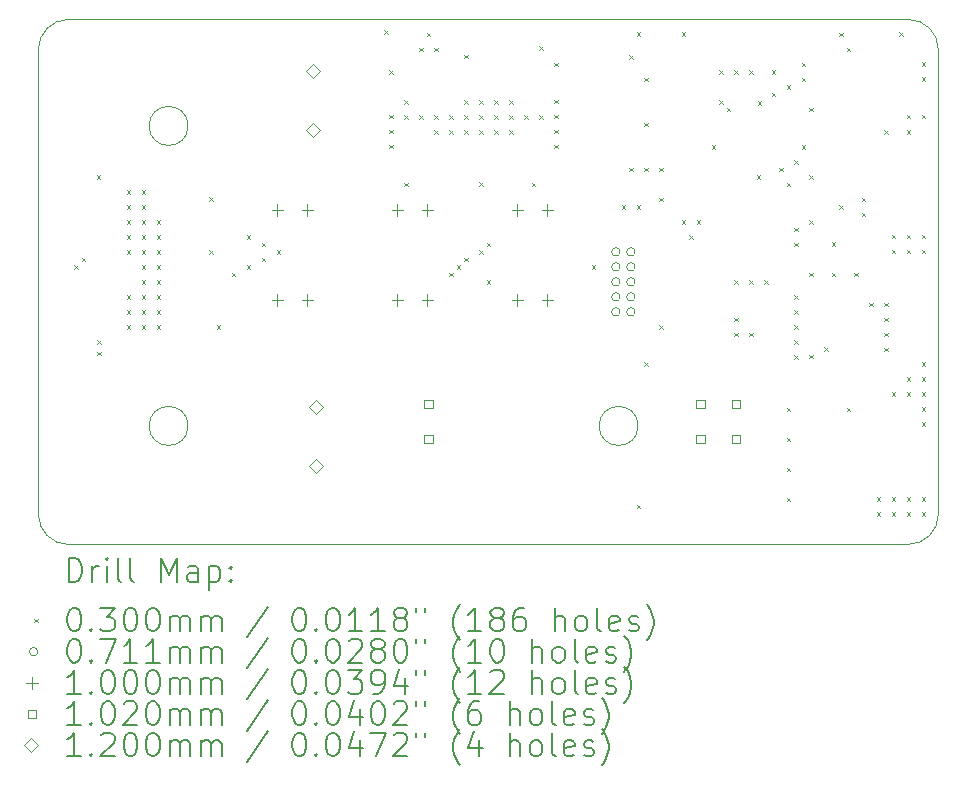
<source format=gbr>
%TF.GenerationSoftware,KiCad,Pcbnew,7.0.10*%
%TF.CreationDate,2025-02-18T11:07:13-08:00*%
%TF.ProjectId,flow-controller,666c6f77-2d63-46f6-9e74-726f6c6c6572,rev?*%
%TF.SameCoordinates,Original*%
%TF.FileFunction,Drillmap*%
%TF.FilePolarity,Positive*%
%FSLAX45Y45*%
G04 Gerber Fmt 4.5, Leading zero omitted, Abs format (unit mm)*
G04 Created by KiCad (PCBNEW 7.0.10) date 2025-02-18 11:07:13*
%MOMM*%
%LPD*%
G01*
G04 APERTURE LIST*
%ADD10C,0.100000*%
%ADD11C,0.200000*%
%ADD12C,0.102000*%
%ADD13C,0.120000*%
G04 APERTURE END LIST*
D10*
X5078195Y-12320805D02*
X5078195Y-8383805D01*
X5332195Y-8129805D02*
G75*
G03*
X5078195Y-8383805I0J-254000D01*
G01*
X10155655Y-11571505D02*
G75*
G03*
X9825455Y-11571505I-165100J0D01*
G01*
X9825455Y-11571505D02*
G75*
G03*
X10155655Y-11571505I165100J0D01*
G01*
X12698195Y-8383805D02*
G75*
G03*
X12444195Y-8129805I-254005J-5D01*
G01*
X12444195Y-12574805D02*
X5332195Y-12574805D01*
X6345655Y-9031505D02*
G75*
G03*
X6015455Y-9031505I-165100J0D01*
G01*
X6015455Y-9031505D02*
G75*
G03*
X6345655Y-9031505I165100J0D01*
G01*
X12444195Y-12574815D02*
G75*
G03*
X12698195Y-12320805I-5J254005D01*
G01*
X6345655Y-11571505D02*
G75*
G03*
X6015455Y-11571505I-165100J0D01*
G01*
X6015455Y-11571505D02*
G75*
G03*
X6345655Y-11571505I165100J0D01*
G01*
X5078195Y-12320805D02*
G75*
G03*
X5332195Y-12574805I253995J-5D01*
G01*
X12698195Y-8383805D02*
X12698195Y-12320805D01*
X5332195Y-8129805D02*
X12444195Y-8129805D01*
D11*
D10*
X5380695Y-10210305D02*
X5410695Y-10240305D01*
X5410695Y-10210305D02*
X5380695Y-10240305D01*
X5444195Y-10146805D02*
X5474195Y-10176805D01*
X5474195Y-10146805D02*
X5444195Y-10176805D01*
X5571195Y-9448305D02*
X5601195Y-9478305D01*
X5601195Y-9448305D02*
X5571195Y-9478305D01*
X5577195Y-10845305D02*
X5607195Y-10875305D01*
X5607195Y-10845305D02*
X5577195Y-10875305D01*
X5577195Y-10943555D02*
X5607195Y-10973555D01*
X5607195Y-10943555D02*
X5577195Y-10973555D01*
X5825195Y-9575305D02*
X5855195Y-9605305D01*
X5855195Y-9575305D02*
X5825195Y-9605305D01*
X5825195Y-9702305D02*
X5855195Y-9732305D01*
X5855195Y-9702305D02*
X5825195Y-9732305D01*
X5825195Y-9829305D02*
X5855195Y-9859305D01*
X5855195Y-9829305D02*
X5825195Y-9859305D01*
X5825195Y-9956305D02*
X5855195Y-9986305D01*
X5855195Y-9956305D02*
X5825195Y-9986305D01*
X5825195Y-10083305D02*
X5855195Y-10113305D01*
X5855195Y-10083305D02*
X5825195Y-10113305D01*
X5825195Y-10464305D02*
X5855195Y-10494305D01*
X5855195Y-10464305D02*
X5825195Y-10494305D01*
X5825195Y-10591305D02*
X5855195Y-10621305D01*
X5855195Y-10591305D02*
X5825195Y-10621305D01*
X5825195Y-10718305D02*
X5855195Y-10748305D01*
X5855195Y-10718305D02*
X5825195Y-10748305D01*
X5952195Y-9575305D02*
X5982195Y-9605305D01*
X5982195Y-9575305D02*
X5952195Y-9605305D01*
X5952195Y-9702305D02*
X5982195Y-9732305D01*
X5982195Y-9702305D02*
X5952195Y-9732305D01*
X5952195Y-9829305D02*
X5982195Y-9859305D01*
X5982195Y-9829305D02*
X5952195Y-9859305D01*
X5952195Y-9956305D02*
X5982195Y-9986305D01*
X5982195Y-9956305D02*
X5952195Y-9986305D01*
X5952195Y-10083305D02*
X5982195Y-10113305D01*
X5982195Y-10083305D02*
X5952195Y-10113305D01*
X5952195Y-10210305D02*
X5982195Y-10240305D01*
X5982195Y-10210305D02*
X5952195Y-10240305D01*
X5952195Y-10337305D02*
X5982195Y-10367305D01*
X5982195Y-10337305D02*
X5952195Y-10367305D01*
X5952195Y-10464305D02*
X5982195Y-10494305D01*
X5982195Y-10464305D02*
X5952195Y-10494305D01*
X5952195Y-10591305D02*
X5982195Y-10621305D01*
X5982195Y-10591305D02*
X5952195Y-10621305D01*
X5952195Y-10718305D02*
X5982195Y-10748305D01*
X5982195Y-10718305D02*
X5952195Y-10748305D01*
X6079195Y-9829305D02*
X6109195Y-9859305D01*
X6109195Y-9829305D02*
X6079195Y-9859305D01*
X6079195Y-9956305D02*
X6109195Y-9986305D01*
X6109195Y-9956305D02*
X6079195Y-9986305D01*
X6079195Y-10083305D02*
X6109195Y-10113305D01*
X6109195Y-10083305D02*
X6079195Y-10113305D01*
X6079195Y-10210305D02*
X6109195Y-10240305D01*
X6109195Y-10210305D02*
X6079195Y-10240305D01*
X6079195Y-10337305D02*
X6109195Y-10367305D01*
X6109195Y-10337305D02*
X6079195Y-10367305D01*
X6079195Y-10464305D02*
X6109195Y-10494305D01*
X6109195Y-10464305D02*
X6079195Y-10494305D01*
X6079195Y-10591305D02*
X6109195Y-10621305D01*
X6109195Y-10591305D02*
X6079195Y-10621305D01*
X6079195Y-10718305D02*
X6109195Y-10748305D01*
X6109195Y-10718305D02*
X6079195Y-10748305D01*
X6523695Y-10083305D02*
X6553695Y-10113305D01*
X6553695Y-10083305D02*
X6523695Y-10113305D01*
X6525500Y-9637000D02*
X6555500Y-9667000D01*
X6555500Y-9637000D02*
X6525500Y-9667000D01*
X6587195Y-10718305D02*
X6617195Y-10748305D01*
X6617195Y-10718305D02*
X6587195Y-10748305D01*
X6714195Y-10273805D02*
X6744195Y-10303805D01*
X6744195Y-10273805D02*
X6714195Y-10303805D01*
X6841195Y-9956305D02*
X6871195Y-9986305D01*
X6871195Y-9956305D02*
X6841195Y-9986305D01*
X6841195Y-10210305D02*
X6871195Y-10240305D01*
X6871195Y-10210305D02*
X6841195Y-10240305D01*
X6968195Y-10019805D02*
X6998195Y-10049805D01*
X6998195Y-10019805D02*
X6968195Y-10049805D01*
X6968195Y-10146805D02*
X6998195Y-10176805D01*
X6998195Y-10146805D02*
X6968195Y-10176805D01*
X7095195Y-10083305D02*
X7125195Y-10113305D01*
X7125195Y-10083305D02*
X7095195Y-10113305D01*
X8007500Y-8222500D02*
X8037500Y-8252500D01*
X8037500Y-8222500D02*
X8007500Y-8252500D01*
X8047695Y-8559305D02*
X8077695Y-8589305D01*
X8077695Y-8559305D02*
X8047695Y-8589305D01*
X8049500Y-8938500D02*
X8079500Y-8968500D01*
X8079500Y-8938500D02*
X8049500Y-8968500D01*
X8049500Y-9065500D02*
X8079500Y-9095500D01*
X8079500Y-9065500D02*
X8049500Y-9095500D01*
X8049500Y-9192500D02*
X8079500Y-9222500D01*
X8079500Y-9192500D02*
X8049500Y-9222500D01*
X8174695Y-8813305D02*
X8204695Y-8843305D01*
X8204695Y-8813305D02*
X8174695Y-8843305D01*
X8174695Y-8940305D02*
X8204695Y-8970305D01*
X8204695Y-8940305D02*
X8174695Y-8970305D01*
X8174695Y-9511805D02*
X8204695Y-9541805D01*
X8204695Y-9511805D02*
X8174695Y-9541805D01*
X8301695Y-8368805D02*
X8331695Y-8398805D01*
X8331695Y-8368805D02*
X8301695Y-8398805D01*
X8301695Y-8940305D02*
X8331695Y-8970305D01*
X8331695Y-8940305D02*
X8301695Y-8970305D01*
X8365195Y-8241805D02*
X8395195Y-8271805D01*
X8395195Y-8241805D02*
X8365195Y-8271805D01*
X8428695Y-8368805D02*
X8458695Y-8398805D01*
X8458695Y-8368805D02*
X8428695Y-8398805D01*
X8428695Y-8940305D02*
X8458695Y-8970305D01*
X8458695Y-8940305D02*
X8428695Y-8970305D01*
X8428695Y-9067305D02*
X8458695Y-9097305D01*
X8458695Y-9067305D02*
X8428695Y-9097305D01*
X8555695Y-8940305D02*
X8585695Y-8970305D01*
X8585695Y-8940305D02*
X8555695Y-8970305D01*
X8555695Y-9067305D02*
X8585695Y-9097305D01*
X8585695Y-9067305D02*
X8555695Y-9097305D01*
X8555695Y-10273805D02*
X8585695Y-10303805D01*
X8585695Y-10273805D02*
X8555695Y-10303805D01*
X8619195Y-10210305D02*
X8649195Y-10240305D01*
X8649195Y-10210305D02*
X8619195Y-10240305D01*
X8682695Y-8813305D02*
X8712695Y-8843305D01*
X8712695Y-8813305D02*
X8682695Y-8843305D01*
X8682695Y-8940305D02*
X8712695Y-8970305D01*
X8712695Y-8940305D02*
X8682695Y-8970305D01*
X8682695Y-9067305D02*
X8712695Y-9097305D01*
X8712695Y-9067305D02*
X8682695Y-9097305D01*
X8682695Y-10146805D02*
X8712695Y-10176805D01*
X8712695Y-10146805D02*
X8682695Y-10176805D01*
X8684500Y-8430500D02*
X8714500Y-8460500D01*
X8714500Y-8430500D02*
X8684500Y-8460500D01*
X8809695Y-8813305D02*
X8839695Y-8843305D01*
X8839695Y-8813305D02*
X8809695Y-8843305D01*
X8809695Y-8940305D02*
X8839695Y-8970305D01*
X8839695Y-8940305D02*
X8809695Y-8970305D01*
X8809695Y-9067305D02*
X8839695Y-9097305D01*
X8839695Y-9067305D02*
X8809695Y-9097305D01*
X8809695Y-10083305D02*
X8839695Y-10113305D01*
X8839695Y-10083305D02*
X8809695Y-10113305D01*
X8811500Y-9510000D02*
X8841500Y-9540000D01*
X8841500Y-9510000D02*
X8811500Y-9540000D01*
X8873195Y-10019805D02*
X8903195Y-10049805D01*
X8903195Y-10019805D02*
X8873195Y-10049805D01*
X8873195Y-10337305D02*
X8903195Y-10367305D01*
X8903195Y-10337305D02*
X8873195Y-10367305D01*
X8936695Y-8813305D02*
X8966695Y-8843305D01*
X8966695Y-8813305D02*
X8936695Y-8843305D01*
X8936695Y-8940305D02*
X8966695Y-8970305D01*
X8966695Y-8940305D02*
X8936695Y-8970305D01*
X8936695Y-9067305D02*
X8966695Y-9097305D01*
X8966695Y-9067305D02*
X8936695Y-9097305D01*
X9063695Y-8813305D02*
X9093695Y-8843305D01*
X9093695Y-8813305D02*
X9063695Y-8843305D01*
X9063695Y-8940305D02*
X9093695Y-8970305D01*
X9093695Y-8940305D02*
X9063695Y-8970305D01*
X9063695Y-9067305D02*
X9093695Y-9097305D01*
X9093695Y-9067305D02*
X9063695Y-9097305D01*
X9190695Y-8940305D02*
X9220695Y-8970305D01*
X9220695Y-8940305D02*
X9190695Y-8970305D01*
X9254195Y-9511805D02*
X9284195Y-9541805D01*
X9284195Y-9511805D02*
X9254195Y-9541805D01*
X9317695Y-8355855D02*
X9347695Y-8385855D01*
X9347695Y-8355855D02*
X9317695Y-8385855D01*
X9317695Y-8940305D02*
X9347695Y-8970305D01*
X9347695Y-8940305D02*
X9317695Y-8970305D01*
X9444695Y-8495805D02*
X9474695Y-8525805D01*
X9474695Y-8495805D02*
X9444695Y-8525805D01*
X9446500Y-8811500D02*
X9476500Y-8841500D01*
X9476500Y-8811500D02*
X9446500Y-8841500D01*
X9446500Y-8938500D02*
X9476500Y-8968500D01*
X9476500Y-8938500D02*
X9446500Y-8968500D01*
X9446500Y-9065500D02*
X9476500Y-9095500D01*
X9476500Y-9065500D02*
X9446500Y-9095500D01*
X9446500Y-9192500D02*
X9476500Y-9222500D01*
X9476500Y-9192500D02*
X9446500Y-9222500D01*
X9762195Y-10210305D02*
X9792195Y-10240305D01*
X9792195Y-10210305D02*
X9762195Y-10240305D01*
X10016195Y-9702305D02*
X10046195Y-9732305D01*
X10046195Y-9702305D02*
X10016195Y-9732305D01*
X10079695Y-8432305D02*
X10109695Y-8462305D01*
X10109695Y-8432305D02*
X10079695Y-8462305D01*
X10079695Y-9384805D02*
X10109695Y-9414805D01*
X10109695Y-9384805D02*
X10079695Y-9414805D01*
X10143195Y-9702305D02*
X10173195Y-9732305D01*
X10173195Y-9702305D02*
X10143195Y-9732305D01*
X10145000Y-8240000D02*
X10175000Y-8270000D01*
X10175000Y-8240000D02*
X10145000Y-8270000D01*
X10145000Y-12240500D02*
X10175000Y-12270500D01*
X10175000Y-12240500D02*
X10145000Y-12270500D01*
X10206695Y-8622805D02*
X10236695Y-8652805D01*
X10236695Y-8622805D02*
X10206695Y-8652805D01*
X10206695Y-9003805D02*
X10236695Y-9033805D01*
X10236695Y-9003805D02*
X10206695Y-9033805D01*
X10206695Y-9384805D02*
X10236695Y-9414805D01*
X10236695Y-9384805D02*
X10206695Y-9414805D01*
X10208500Y-11034000D02*
X10238500Y-11064000D01*
X10238500Y-11034000D02*
X10208500Y-11064000D01*
X10333695Y-9384805D02*
X10363695Y-9414805D01*
X10363695Y-9384805D02*
X10333695Y-9414805D01*
X10333695Y-9638805D02*
X10363695Y-9668805D01*
X10363695Y-9638805D02*
X10333695Y-9668805D01*
X10333695Y-10718305D02*
X10363695Y-10748305D01*
X10363695Y-10718305D02*
X10333695Y-10748305D01*
X10524195Y-9829305D02*
X10554195Y-9859305D01*
X10554195Y-9829305D02*
X10524195Y-9859305D01*
X10526000Y-8240000D02*
X10556000Y-8270000D01*
X10556000Y-8240000D02*
X10526000Y-8270000D01*
X10587695Y-9956305D02*
X10617695Y-9986305D01*
X10617695Y-9956305D02*
X10587695Y-9986305D01*
X10651195Y-9829305D02*
X10681195Y-9859305D01*
X10681195Y-9829305D02*
X10651195Y-9859305D01*
X10778195Y-9194305D02*
X10808195Y-9224305D01*
X10808195Y-9194305D02*
X10778195Y-9224305D01*
X10841695Y-8559305D02*
X10871695Y-8589305D01*
X10871695Y-8559305D02*
X10841695Y-8589305D01*
X10841695Y-8813305D02*
X10871695Y-8843305D01*
X10871695Y-8813305D02*
X10841695Y-8843305D01*
X10905195Y-8876805D02*
X10935195Y-8906805D01*
X10935195Y-8876805D02*
X10905195Y-8906805D01*
X10968695Y-8559305D02*
X10998695Y-8589305D01*
X10998695Y-8559305D02*
X10968695Y-8589305D01*
X10968695Y-10337305D02*
X10998695Y-10367305D01*
X10998695Y-10337305D02*
X10968695Y-10367305D01*
X10968695Y-10654805D02*
X10998695Y-10684805D01*
X10998695Y-10654805D02*
X10968695Y-10684805D01*
X10968695Y-10781805D02*
X10998695Y-10811805D01*
X10998695Y-10781805D02*
X10968695Y-10811805D01*
X11095695Y-8559305D02*
X11125695Y-8589305D01*
X11125695Y-8559305D02*
X11095695Y-8589305D01*
X11095695Y-10337305D02*
X11125695Y-10367305D01*
X11125695Y-10337305D02*
X11095695Y-10367305D01*
X11095695Y-10781805D02*
X11125695Y-10811805D01*
X11125695Y-10781805D02*
X11095695Y-10811805D01*
X11159195Y-9448305D02*
X11189195Y-9478305D01*
X11189195Y-9448305D02*
X11159195Y-9478305D01*
X11168243Y-8822353D02*
X11198243Y-8852353D01*
X11198243Y-8822353D02*
X11168243Y-8852353D01*
X11222695Y-10337305D02*
X11252695Y-10367305D01*
X11252695Y-10337305D02*
X11222695Y-10367305D01*
X11286195Y-8559305D02*
X11316195Y-8589305D01*
X11316195Y-8559305D02*
X11286195Y-8589305D01*
X11286195Y-8749805D02*
X11316195Y-8779805D01*
X11316195Y-8749805D02*
X11286195Y-8779805D01*
X11349695Y-9384805D02*
X11379695Y-9414805D01*
X11379695Y-9384805D02*
X11349695Y-9414805D01*
X11413195Y-8686305D02*
X11443195Y-8716305D01*
X11443195Y-8686305D02*
X11413195Y-8716305D01*
X11413195Y-9511805D02*
X11443195Y-9541805D01*
X11443195Y-9511805D02*
X11413195Y-9541805D01*
X11413195Y-11416805D02*
X11443195Y-11446805D01*
X11443195Y-11416805D02*
X11413195Y-11446805D01*
X11413195Y-11670805D02*
X11443195Y-11700805D01*
X11443195Y-11670805D02*
X11413195Y-11700805D01*
X11413195Y-11924805D02*
X11443195Y-11954805D01*
X11443195Y-11924805D02*
X11413195Y-11954805D01*
X11413195Y-12178805D02*
X11443195Y-12208805D01*
X11443195Y-12178805D02*
X11413195Y-12208805D01*
X11476695Y-9321305D02*
X11506695Y-9351305D01*
X11506695Y-9321305D02*
X11476695Y-9351305D01*
X11476695Y-9892805D02*
X11506695Y-9922805D01*
X11506695Y-9892805D02*
X11476695Y-9922805D01*
X11476695Y-10019805D02*
X11506695Y-10049805D01*
X11506695Y-10019805D02*
X11476695Y-10049805D01*
X11476695Y-10464305D02*
X11506695Y-10494305D01*
X11506695Y-10464305D02*
X11476695Y-10494305D01*
X11476695Y-10591305D02*
X11506695Y-10621305D01*
X11506695Y-10591305D02*
X11476695Y-10621305D01*
X11476695Y-10718305D02*
X11506695Y-10748305D01*
X11506695Y-10718305D02*
X11476695Y-10748305D01*
X11476695Y-10845305D02*
X11506695Y-10875305D01*
X11506695Y-10845305D02*
X11476695Y-10875305D01*
X11476695Y-10972305D02*
X11506695Y-11002305D01*
X11506695Y-10972305D02*
X11476695Y-11002305D01*
X11540195Y-8495805D02*
X11570195Y-8525805D01*
X11570195Y-8495805D02*
X11540195Y-8525805D01*
X11540195Y-8622805D02*
X11570195Y-8652805D01*
X11570195Y-8622805D02*
X11540195Y-8652805D01*
X11540195Y-9194305D02*
X11570195Y-9224305D01*
X11570195Y-9194305D02*
X11540195Y-9224305D01*
X11603695Y-8876805D02*
X11633695Y-8906805D01*
X11633695Y-8876805D02*
X11603695Y-8906805D01*
X11603695Y-9448305D02*
X11633695Y-9478305D01*
X11633695Y-9448305D02*
X11603695Y-9478305D01*
X11603695Y-9829305D02*
X11633695Y-9859305D01*
X11633695Y-9829305D02*
X11603695Y-9859305D01*
X11603695Y-10273805D02*
X11633695Y-10303805D01*
X11633695Y-10273805D02*
X11603695Y-10303805D01*
X11605500Y-10970500D02*
X11635500Y-11000500D01*
X11635500Y-10970500D02*
X11605500Y-11000500D01*
X11732500Y-10907000D02*
X11762500Y-10937000D01*
X11762500Y-10907000D02*
X11732500Y-10937000D01*
X11794195Y-10273805D02*
X11824195Y-10303805D01*
X11824195Y-10273805D02*
X11794195Y-10303805D01*
X11796000Y-10018000D02*
X11826000Y-10048000D01*
X11826000Y-10018000D02*
X11796000Y-10048000D01*
X11857695Y-8241805D02*
X11887695Y-8271805D01*
X11887695Y-8241805D02*
X11857695Y-8271805D01*
X11857695Y-9702305D02*
X11887695Y-9732305D01*
X11887695Y-9702305D02*
X11857695Y-9732305D01*
X11921195Y-8368805D02*
X11951195Y-8398805D01*
X11951195Y-8368805D02*
X11921195Y-8398805D01*
X11921195Y-11416805D02*
X11951195Y-11446805D01*
X11951195Y-11416805D02*
X11921195Y-11446805D01*
X11984695Y-10273805D02*
X12014695Y-10303805D01*
X12014695Y-10273805D02*
X11984695Y-10303805D01*
X12048195Y-9638805D02*
X12078195Y-9668805D01*
X12078195Y-9638805D02*
X12048195Y-9668805D01*
X12048195Y-9765805D02*
X12078195Y-9795805D01*
X12078195Y-9765805D02*
X12048195Y-9795805D01*
X12111695Y-10527805D02*
X12141695Y-10557805D01*
X12141695Y-10527805D02*
X12111695Y-10557805D01*
X12177000Y-12177000D02*
X12207000Y-12207000D01*
X12207000Y-12177000D02*
X12177000Y-12207000D01*
X12177000Y-12304000D02*
X12207000Y-12334000D01*
X12207000Y-12304000D02*
X12177000Y-12334000D01*
X12238695Y-9067305D02*
X12268695Y-9097305D01*
X12268695Y-9067305D02*
X12238695Y-9097305D01*
X12238695Y-10527805D02*
X12268695Y-10557805D01*
X12268695Y-10527805D02*
X12238695Y-10557805D01*
X12238695Y-10654805D02*
X12268695Y-10684805D01*
X12268695Y-10654805D02*
X12238695Y-10684805D01*
X12238695Y-10781805D02*
X12268695Y-10811805D01*
X12268695Y-10781805D02*
X12238695Y-10811805D01*
X12238695Y-10908805D02*
X12268695Y-10938805D01*
X12268695Y-10908805D02*
X12238695Y-10938805D01*
X12304000Y-9954500D02*
X12334000Y-9984500D01*
X12334000Y-9954500D02*
X12304000Y-9984500D01*
X12304000Y-10081500D02*
X12334000Y-10111500D01*
X12334000Y-10081500D02*
X12304000Y-10111500D01*
X12304000Y-11288000D02*
X12334000Y-11318000D01*
X12334000Y-11288000D02*
X12304000Y-11318000D01*
X12304000Y-12177000D02*
X12334000Y-12207000D01*
X12334000Y-12177000D02*
X12304000Y-12207000D01*
X12304000Y-12304000D02*
X12334000Y-12334000D01*
X12334000Y-12304000D02*
X12304000Y-12334000D01*
X12367500Y-8240000D02*
X12397500Y-8270000D01*
X12397500Y-8240000D02*
X12367500Y-8270000D01*
X12429195Y-9067305D02*
X12459195Y-9097305D01*
X12459195Y-9067305D02*
X12429195Y-9097305D01*
X12431000Y-8938500D02*
X12461000Y-8968500D01*
X12461000Y-8938500D02*
X12431000Y-8968500D01*
X12431000Y-9954500D02*
X12461000Y-9984500D01*
X12461000Y-9954500D02*
X12431000Y-9984500D01*
X12431000Y-10081500D02*
X12461000Y-10111500D01*
X12461000Y-10081500D02*
X12431000Y-10111500D01*
X12431000Y-11161000D02*
X12461000Y-11191000D01*
X12461000Y-11161000D02*
X12431000Y-11191000D01*
X12431000Y-11288000D02*
X12461000Y-11318000D01*
X12461000Y-11288000D02*
X12431000Y-11318000D01*
X12431000Y-12177000D02*
X12461000Y-12207000D01*
X12461000Y-12177000D02*
X12431000Y-12207000D01*
X12431000Y-12304000D02*
X12461000Y-12334000D01*
X12461000Y-12304000D02*
X12431000Y-12334000D01*
X12558000Y-8494000D02*
X12588000Y-8524000D01*
X12588000Y-8494000D02*
X12558000Y-8524000D01*
X12558000Y-8621000D02*
X12588000Y-8651000D01*
X12588000Y-8621000D02*
X12558000Y-8651000D01*
X12558000Y-8938500D02*
X12588000Y-8968500D01*
X12588000Y-8938500D02*
X12558000Y-8968500D01*
X12558000Y-9954500D02*
X12588000Y-9984500D01*
X12588000Y-9954500D02*
X12558000Y-9984500D01*
X12558000Y-10081500D02*
X12588000Y-10111500D01*
X12588000Y-10081500D02*
X12558000Y-10111500D01*
X12558000Y-11034000D02*
X12588000Y-11064000D01*
X12588000Y-11034000D02*
X12558000Y-11064000D01*
X12558000Y-11161000D02*
X12588000Y-11191000D01*
X12588000Y-11161000D02*
X12558000Y-11191000D01*
X12558000Y-11288000D02*
X12588000Y-11318000D01*
X12588000Y-11288000D02*
X12558000Y-11318000D01*
X12558000Y-11415000D02*
X12588000Y-11445000D01*
X12588000Y-11415000D02*
X12558000Y-11445000D01*
X12558000Y-11542000D02*
X12588000Y-11572000D01*
X12588000Y-11542000D02*
X12558000Y-11572000D01*
X12558000Y-12177000D02*
X12588000Y-12207000D01*
X12588000Y-12177000D02*
X12558000Y-12207000D01*
X12558000Y-12304000D02*
X12588000Y-12334000D01*
X12588000Y-12304000D02*
X12558000Y-12334000D01*
X10003255Y-10098305D02*
G75*
G03*
X9932135Y-10098305I-35560J0D01*
G01*
X9932135Y-10098305D02*
G75*
G03*
X10003255Y-10098305I35560J0D01*
G01*
X10003255Y-10225305D02*
G75*
G03*
X9932135Y-10225305I-35560J0D01*
G01*
X9932135Y-10225305D02*
G75*
G03*
X10003255Y-10225305I35560J0D01*
G01*
X10003255Y-10352305D02*
G75*
G03*
X9932135Y-10352305I-35560J0D01*
G01*
X9932135Y-10352305D02*
G75*
G03*
X10003255Y-10352305I35560J0D01*
G01*
X10003255Y-10479305D02*
G75*
G03*
X9932135Y-10479305I-35560J0D01*
G01*
X9932135Y-10479305D02*
G75*
G03*
X10003255Y-10479305I35560J0D01*
G01*
X10003255Y-10606305D02*
G75*
G03*
X9932135Y-10606305I-35560J0D01*
G01*
X9932135Y-10606305D02*
G75*
G03*
X10003255Y-10606305I35560J0D01*
G01*
X10130255Y-10098305D02*
G75*
G03*
X10059135Y-10098305I-35560J0D01*
G01*
X10059135Y-10098305D02*
G75*
G03*
X10130255Y-10098305I35560J0D01*
G01*
X10130255Y-10225305D02*
G75*
G03*
X10059135Y-10225305I-35560J0D01*
G01*
X10059135Y-10225305D02*
G75*
G03*
X10130255Y-10225305I35560J0D01*
G01*
X10130255Y-10352305D02*
G75*
G03*
X10059135Y-10352305I-35560J0D01*
G01*
X10059135Y-10352305D02*
G75*
G03*
X10130255Y-10352305I35560J0D01*
G01*
X10130255Y-10479305D02*
G75*
G03*
X10059135Y-10479305I-35560J0D01*
G01*
X10059135Y-10479305D02*
G75*
G03*
X10130255Y-10479305I35560J0D01*
G01*
X10130255Y-10606305D02*
G75*
G03*
X10059135Y-10606305I-35560J0D01*
G01*
X10059135Y-10606305D02*
G75*
G03*
X10130255Y-10606305I35560J0D01*
G01*
X7102575Y-9690165D02*
X7102575Y-9790165D01*
X7052575Y-9740165D02*
X7152575Y-9740165D01*
X7102575Y-10452165D02*
X7102575Y-10552165D01*
X7052575Y-10502165D02*
X7152575Y-10502165D01*
X7356575Y-9690165D02*
X7356575Y-9790165D01*
X7306575Y-9740165D02*
X7406575Y-9740165D01*
X7356575Y-10452165D02*
X7356575Y-10552165D01*
X7306575Y-10502165D02*
X7406575Y-10502165D01*
X8118575Y-9690165D02*
X8118575Y-9790165D01*
X8068575Y-9740165D02*
X8168575Y-9740165D01*
X8118575Y-10452165D02*
X8118575Y-10552165D01*
X8068575Y-10502165D02*
X8168575Y-10502165D01*
X8372575Y-9690165D02*
X8372575Y-9790165D01*
X8322575Y-9740165D02*
X8422575Y-9740165D01*
X8372575Y-10452165D02*
X8372575Y-10552165D01*
X8322575Y-10502165D02*
X8422575Y-10502165D01*
X9134575Y-9690165D02*
X9134575Y-9790165D01*
X9084575Y-9740165D02*
X9184575Y-9740165D01*
X9134575Y-10452165D02*
X9134575Y-10552165D01*
X9084575Y-10502165D02*
X9184575Y-10502165D01*
X9388575Y-9690165D02*
X9388575Y-9790165D01*
X9338575Y-9740165D02*
X9438575Y-9740165D01*
X9388575Y-10452165D02*
X9388575Y-10552165D01*
X9338575Y-10502165D02*
X9438575Y-10502165D01*
D12*
X8416258Y-11420063D02*
X8416258Y-11347937D01*
X8344132Y-11347937D01*
X8344132Y-11420063D01*
X8416258Y-11420063D01*
X8416258Y-11720063D02*
X8416258Y-11647937D01*
X8344132Y-11647937D01*
X8344132Y-11720063D01*
X8416258Y-11720063D01*
X10721563Y-11420063D02*
X10721563Y-11347937D01*
X10649437Y-11347937D01*
X10649437Y-11420063D01*
X10721563Y-11420063D01*
X10721563Y-11720063D02*
X10721563Y-11647937D01*
X10649437Y-11647937D01*
X10649437Y-11720063D01*
X10721563Y-11720063D01*
X11021563Y-11420063D02*
X11021563Y-11347937D01*
X10949437Y-11347937D01*
X10949437Y-11420063D01*
X11021563Y-11420063D01*
X11021563Y-11720063D02*
X11021563Y-11647937D01*
X10949437Y-11647937D01*
X10949437Y-11720063D01*
X11021563Y-11720063D01*
D13*
X7405000Y-8627604D02*
X7465000Y-8567604D01*
X7405000Y-8507604D01*
X7345000Y-8567604D01*
X7405000Y-8627604D01*
X7405000Y-9127604D02*
X7465000Y-9067604D01*
X7405000Y-9007604D01*
X7345000Y-9067604D01*
X7405000Y-9127604D01*
X7430000Y-11470104D02*
X7490000Y-11410104D01*
X7430000Y-11350104D01*
X7370000Y-11410104D01*
X7430000Y-11470104D01*
X7430000Y-11970104D02*
X7490000Y-11910104D01*
X7430000Y-11850104D01*
X7370000Y-11910104D01*
X7430000Y-11970104D01*
D11*
X5333972Y-12891289D02*
X5333972Y-12691289D01*
X5333972Y-12691289D02*
X5381591Y-12691289D01*
X5381591Y-12691289D02*
X5410162Y-12700813D01*
X5410162Y-12700813D02*
X5429210Y-12719860D01*
X5429210Y-12719860D02*
X5438734Y-12738908D01*
X5438734Y-12738908D02*
X5448257Y-12777003D01*
X5448257Y-12777003D02*
X5448257Y-12805575D01*
X5448257Y-12805575D02*
X5438734Y-12843670D01*
X5438734Y-12843670D02*
X5429210Y-12862717D01*
X5429210Y-12862717D02*
X5410162Y-12881765D01*
X5410162Y-12881765D02*
X5381591Y-12891289D01*
X5381591Y-12891289D02*
X5333972Y-12891289D01*
X5533972Y-12891289D02*
X5533972Y-12757955D01*
X5533972Y-12796051D02*
X5543496Y-12777003D01*
X5543496Y-12777003D02*
X5553019Y-12767479D01*
X5553019Y-12767479D02*
X5572067Y-12757955D01*
X5572067Y-12757955D02*
X5591115Y-12757955D01*
X5657781Y-12891289D02*
X5657781Y-12757955D01*
X5657781Y-12691289D02*
X5648257Y-12700813D01*
X5648257Y-12700813D02*
X5657781Y-12710336D01*
X5657781Y-12710336D02*
X5667305Y-12700813D01*
X5667305Y-12700813D02*
X5657781Y-12691289D01*
X5657781Y-12691289D02*
X5657781Y-12710336D01*
X5781591Y-12891289D02*
X5762543Y-12881765D01*
X5762543Y-12881765D02*
X5753019Y-12862717D01*
X5753019Y-12862717D02*
X5753019Y-12691289D01*
X5886353Y-12891289D02*
X5867305Y-12881765D01*
X5867305Y-12881765D02*
X5857781Y-12862717D01*
X5857781Y-12862717D02*
X5857781Y-12691289D01*
X6114924Y-12891289D02*
X6114924Y-12691289D01*
X6114924Y-12691289D02*
X6181591Y-12834146D01*
X6181591Y-12834146D02*
X6248257Y-12691289D01*
X6248257Y-12691289D02*
X6248257Y-12891289D01*
X6429210Y-12891289D02*
X6429210Y-12786527D01*
X6429210Y-12786527D02*
X6419686Y-12767479D01*
X6419686Y-12767479D02*
X6400638Y-12757955D01*
X6400638Y-12757955D02*
X6362543Y-12757955D01*
X6362543Y-12757955D02*
X6343495Y-12767479D01*
X6429210Y-12881765D02*
X6410162Y-12891289D01*
X6410162Y-12891289D02*
X6362543Y-12891289D01*
X6362543Y-12891289D02*
X6343495Y-12881765D01*
X6343495Y-12881765D02*
X6333972Y-12862717D01*
X6333972Y-12862717D02*
X6333972Y-12843670D01*
X6333972Y-12843670D02*
X6343495Y-12824622D01*
X6343495Y-12824622D02*
X6362543Y-12815098D01*
X6362543Y-12815098D02*
X6410162Y-12815098D01*
X6410162Y-12815098D02*
X6429210Y-12805575D01*
X6524448Y-12757955D02*
X6524448Y-12957955D01*
X6524448Y-12767479D02*
X6543495Y-12757955D01*
X6543495Y-12757955D02*
X6581591Y-12757955D01*
X6581591Y-12757955D02*
X6600638Y-12767479D01*
X6600638Y-12767479D02*
X6610162Y-12777003D01*
X6610162Y-12777003D02*
X6619686Y-12796051D01*
X6619686Y-12796051D02*
X6619686Y-12853194D01*
X6619686Y-12853194D02*
X6610162Y-12872241D01*
X6610162Y-12872241D02*
X6600638Y-12881765D01*
X6600638Y-12881765D02*
X6581591Y-12891289D01*
X6581591Y-12891289D02*
X6543495Y-12891289D01*
X6543495Y-12891289D02*
X6524448Y-12881765D01*
X6705400Y-12872241D02*
X6714924Y-12881765D01*
X6714924Y-12881765D02*
X6705400Y-12891289D01*
X6705400Y-12891289D02*
X6695876Y-12881765D01*
X6695876Y-12881765D02*
X6705400Y-12872241D01*
X6705400Y-12872241D02*
X6705400Y-12891289D01*
X6705400Y-12767479D02*
X6714924Y-12777003D01*
X6714924Y-12777003D02*
X6705400Y-12786527D01*
X6705400Y-12786527D02*
X6695876Y-12777003D01*
X6695876Y-12777003D02*
X6705400Y-12767479D01*
X6705400Y-12767479D02*
X6705400Y-12786527D01*
D10*
X5043195Y-13204805D02*
X5073195Y-13234805D01*
X5073195Y-13204805D02*
X5043195Y-13234805D01*
D11*
X5372067Y-13111289D02*
X5391115Y-13111289D01*
X5391115Y-13111289D02*
X5410162Y-13120813D01*
X5410162Y-13120813D02*
X5419686Y-13130336D01*
X5419686Y-13130336D02*
X5429210Y-13149384D01*
X5429210Y-13149384D02*
X5438734Y-13187479D01*
X5438734Y-13187479D02*
X5438734Y-13235098D01*
X5438734Y-13235098D02*
X5429210Y-13273194D01*
X5429210Y-13273194D02*
X5419686Y-13292241D01*
X5419686Y-13292241D02*
X5410162Y-13301765D01*
X5410162Y-13301765D02*
X5391115Y-13311289D01*
X5391115Y-13311289D02*
X5372067Y-13311289D01*
X5372067Y-13311289D02*
X5353019Y-13301765D01*
X5353019Y-13301765D02*
X5343496Y-13292241D01*
X5343496Y-13292241D02*
X5333972Y-13273194D01*
X5333972Y-13273194D02*
X5324448Y-13235098D01*
X5324448Y-13235098D02*
X5324448Y-13187479D01*
X5324448Y-13187479D02*
X5333972Y-13149384D01*
X5333972Y-13149384D02*
X5343496Y-13130336D01*
X5343496Y-13130336D02*
X5353019Y-13120813D01*
X5353019Y-13120813D02*
X5372067Y-13111289D01*
X5524448Y-13292241D02*
X5533972Y-13301765D01*
X5533972Y-13301765D02*
X5524448Y-13311289D01*
X5524448Y-13311289D02*
X5514924Y-13301765D01*
X5514924Y-13301765D02*
X5524448Y-13292241D01*
X5524448Y-13292241D02*
X5524448Y-13311289D01*
X5600638Y-13111289D02*
X5724448Y-13111289D01*
X5724448Y-13111289D02*
X5657781Y-13187479D01*
X5657781Y-13187479D02*
X5686353Y-13187479D01*
X5686353Y-13187479D02*
X5705400Y-13197003D01*
X5705400Y-13197003D02*
X5714924Y-13206527D01*
X5714924Y-13206527D02*
X5724448Y-13225575D01*
X5724448Y-13225575D02*
X5724448Y-13273194D01*
X5724448Y-13273194D02*
X5714924Y-13292241D01*
X5714924Y-13292241D02*
X5705400Y-13301765D01*
X5705400Y-13301765D02*
X5686353Y-13311289D01*
X5686353Y-13311289D02*
X5629210Y-13311289D01*
X5629210Y-13311289D02*
X5610162Y-13301765D01*
X5610162Y-13301765D02*
X5600638Y-13292241D01*
X5848257Y-13111289D02*
X5867305Y-13111289D01*
X5867305Y-13111289D02*
X5886353Y-13120813D01*
X5886353Y-13120813D02*
X5895876Y-13130336D01*
X5895876Y-13130336D02*
X5905400Y-13149384D01*
X5905400Y-13149384D02*
X5914924Y-13187479D01*
X5914924Y-13187479D02*
X5914924Y-13235098D01*
X5914924Y-13235098D02*
X5905400Y-13273194D01*
X5905400Y-13273194D02*
X5895876Y-13292241D01*
X5895876Y-13292241D02*
X5886353Y-13301765D01*
X5886353Y-13301765D02*
X5867305Y-13311289D01*
X5867305Y-13311289D02*
X5848257Y-13311289D01*
X5848257Y-13311289D02*
X5829210Y-13301765D01*
X5829210Y-13301765D02*
X5819686Y-13292241D01*
X5819686Y-13292241D02*
X5810162Y-13273194D01*
X5810162Y-13273194D02*
X5800638Y-13235098D01*
X5800638Y-13235098D02*
X5800638Y-13187479D01*
X5800638Y-13187479D02*
X5810162Y-13149384D01*
X5810162Y-13149384D02*
X5819686Y-13130336D01*
X5819686Y-13130336D02*
X5829210Y-13120813D01*
X5829210Y-13120813D02*
X5848257Y-13111289D01*
X6038734Y-13111289D02*
X6057781Y-13111289D01*
X6057781Y-13111289D02*
X6076829Y-13120813D01*
X6076829Y-13120813D02*
X6086353Y-13130336D01*
X6086353Y-13130336D02*
X6095876Y-13149384D01*
X6095876Y-13149384D02*
X6105400Y-13187479D01*
X6105400Y-13187479D02*
X6105400Y-13235098D01*
X6105400Y-13235098D02*
X6095876Y-13273194D01*
X6095876Y-13273194D02*
X6086353Y-13292241D01*
X6086353Y-13292241D02*
X6076829Y-13301765D01*
X6076829Y-13301765D02*
X6057781Y-13311289D01*
X6057781Y-13311289D02*
X6038734Y-13311289D01*
X6038734Y-13311289D02*
X6019686Y-13301765D01*
X6019686Y-13301765D02*
X6010162Y-13292241D01*
X6010162Y-13292241D02*
X6000638Y-13273194D01*
X6000638Y-13273194D02*
X5991115Y-13235098D01*
X5991115Y-13235098D02*
X5991115Y-13187479D01*
X5991115Y-13187479D02*
X6000638Y-13149384D01*
X6000638Y-13149384D02*
X6010162Y-13130336D01*
X6010162Y-13130336D02*
X6019686Y-13120813D01*
X6019686Y-13120813D02*
X6038734Y-13111289D01*
X6191115Y-13311289D02*
X6191115Y-13177955D01*
X6191115Y-13197003D02*
X6200638Y-13187479D01*
X6200638Y-13187479D02*
X6219686Y-13177955D01*
X6219686Y-13177955D02*
X6248257Y-13177955D01*
X6248257Y-13177955D02*
X6267305Y-13187479D01*
X6267305Y-13187479D02*
X6276829Y-13206527D01*
X6276829Y-13206527D02*
X6276829Y-13311289D01*
X6276829Y-13206527D02*
X6286353Y-13187479D01*
X6286353Y-13187479D02*
X6305400Y-13177955D01*
X6305400Y-13177955D02*
X6333972Y-13177955D01*
X6333972Y-13177955D02*
X6353019Y-13187479D01*
X6353019Y-13187479D02*
X6362543Y-13206527D01*
X6362543Y-13206527D02*
X6362543Y-13311289D01*
X6457781Y-13311289D02*
X6457781Y-13177955D01*
X6457781Y-13197003D02*
X6467305Y-13187479D01*
X6467305Y-13187479D02*
X6486353Y-13177955D01*
X6486353Y-13177955D02*
X6514924Y-13177955D01*
X6514924Y-13177955D02*
X6533972Y-13187479D01*
X6533972Y-13187479D02*
X6543496Y-13206527D01*
X6543496Y-13206527D02*
X6543496Y-13311289D01*
X6543496Y-13206527D02*
X6553019Y-13187479D01*
X6553019Y-13187479D02*
X6572067Y-13177955D01*
X6572067Y-13177955D02*
X6600638Y-13177955D01*
X6600638Y-13177955D02*
X6619686Y-13187479D01*
X6619686Y-13187479D02*
X6629210Y-13206527D01*
X6629210Y-13206527D02*
X6629210Y-13311289D01*
X7019686Y-13101765D02*
X6848258Y-13358908D01*
X7276829Y-13111289D02*
X7295877Y-13111289D01*
X7295877Y-13111289D02*
X7314924Y-13120813D01*
X7314924Y-13120813D02*
X7324448Y-13130336D01*
X7324448Y-13130336D02*
X7333972Y-13149384D01*
X7333972Y-13149384D02*
X7343496Y-13187479D01*
X7343496Y-13187479D02*
X7343496Y-13235098D01*
X7343496Y-13235098D02*
X7333972Y-13273194D01*
X7333972Y-13273194D02*
X7324448Y-13292241D01*
X7324448Y-13292241D02*
X7314924Y-13301765D01*
X7314924Y-13301765D02*
X7295877Y-13311289D01*
X7295877Y-13311289D02*
X7276829Y-13311289D01*
X7276829Y-13311289D02*
X7257781Y-13301765D01*
X7257781Y-13301765D02*
X7248258Y-13292241D01*
X7248258Y-13292241D02*
X7238734Y-13273194D01*
X7238734Y-13273194D02*
X7229210Y-13235098D01*
X7229210Y-13235098D02*
X7229210Y-13187479D01*
X7229210Y-13187479D02*
X7238734Y-13149384D01*
X7238734Y-13149384D02*
X7248258Y-13130336D01*
X7248258Y-13130336D02*
X7257781Y-13120813D01*
X7257781Y-13120813D02*
X7276829Y-13111289D01*
X7429210Y-13292241D02*
X7438734Y-13301765D01*
X7438734Y-13301765D02*
X7429210Y-13311289D01*
X7429210Y-13311289D02*
X7419686Y-13301765D01*
X7419686Y-13301765D02*
X7429210Y-13292241D01*
X7429210Y-13292241D02*
X7429210Y-13311289D01*
X7562543Y-13111289D02*
X7581591Y-13111289D01*
X7581591Y-13111289D02*
X7600639Y-13120813D01*
X7600639Y-13120813D02*
X7610162Y-13130336D01*
X7610162Y-13130336D02*
X7619686Y-13149384D01*
X7619686Y-13149384D02*
X7629210Y-13187479D01*
X7629210Y-13187479D02*
X7629210Y-13235098D01*
X7629210Y-13235098D02*
X7619686Y-13273194D01*
X7619686Y-13273194D02*
X7610162Y-13292241D01*
X7610162Y-13292241D02*
X7600639Y-13301765D01*
X7600639Y-13301765D02*
X7581591Y-13311289D01*
X7581591Y-13311289D02*
X7562543Y-13311289D01*
X7562543Y-13311289D02*
X7543496Y-13301765D01*
X7543496Y-13301765D02*
X7533972Y-13292241D01*
X7533972Y-13292241D02*
X7524448Y-13273194D01*
X7524448Y-13273194D02*
X7514924Y-13235098D01*
X7514924Y-13235098D02*
X7514924Y-13187479D01*
X7514924Y-13187479D02*
X7524448Y-13149384D01*
X7524448Y-13149384D02*
X7533972Y-13130336D01*
X7533972Y-13130336D02*
X7543496Y-13120813D01*
X7543496Y-13120813D02*
X7562543Y-13111289D01*
X7819686Y-13311289D02*
X7705400Y-13311289D01*
X7762543Y-13311289D02*
X7762543Y-13111289D01*
X7762543Y-13111289D02*
X7743496Y-13139860D01*
X7743496Y-13139860D02*
X7724448Y-13158908D01*
X7724448Y-13158908D02*
X7705400Y-13168432D01*
X8010162Y-13311289D02*
X7895877Y-13311289D01*
X7953019Y-13311289D02*
X7953019Y-13111289D01*
X7953019Y-13111289D02*
X7933972Y-13139860D01*
X7933972Y-13139860D02*
X7914924Y-13158908D01*
X7914924Y-13158908D02*
X7895877Y-13168432D01*
X8124448Y-13197003D02*
X8105400Y-13187479D01*
X8105400Y-13187479D02*
X8095877Y-13177955D01*
X8095877Y-13177955D02*
X8086353Y-13158908D01*
X8086353Y-13158908D02*
X8086353Y-13149384D01*
X8086353Y-13149384D02*
X8095877Y-13130336D01*
X8095877Y-13130336D02*
X8105400Y-13120813D01*
X8105400Y-13120813D02*
X8124448Y-13111289D01*
X8124448Y-13111289D02*
X8162543Y-13111289D01*
X8162543Y-13111289D02*
X8181591Y-13120813D01*
X8181591Y-13120813D02*
X8191115Y-13130336D01*
X8191115Y-13130336D02*
X8200639Y-13149384D01*
X8200639Y-13149384D02*
X8200639Y-13158908D01*
X8200639Y-13158908D02*
X8191115Y-13177955D01*
X8191115Y-13177955D02*
X8181591Y-13187479D01*
X8181591Y-13187479D02*
X8162543Y-13197003D01*
X8162543Y-13197003D02*
X8124448Y-13197003D01*
X8124448Y-13197003D02*
X8105400Y-13206527D01*
X8105400Y-13206527D02*
X8095877Y-13216051D01*
X8095877Y-13216051D02*
X8086353Y-13235098D01*
X8086353Y-13235098D02*
X8086353Y-13273194D01*
X8086353Y-13273194D02*
X8095877Y-13292241D01*
X8095877Y-13292241D02*
X8105400Y-13301765D01*
X8105400Y-13301765D02*
X8124448Y-13311289D01*
X8124448Y-13311289D02*
X8162543Y-13311289D01*
X8162543Y-13311289D02*
X8181591Y-13301765D01*
X8181591Y-13301765D02*
X8191115Y-13292241D01*
X8191115Y-13292241D02*
X8200639Y-13273194D01*
X8200639Y-13273194D02*
X8200639Y-13235098D01*
X8200639Y-13235098D02*
X8191115Y-13216051D01*
X8191115Y-13216051D02*
X8181591Y-13206527D01*
X8181591Y-13206527D02*
X8162543Y-13197003D01*
X8276829Y-13111289D02*
X8276829Y-13149384D01*
X8353020Y-13111289D02*
X8353020Y-13149384D01*
X8648258Y-13387479D02*
X8638734Y-13377955D01*
X8638734Y-13377955D02*
X8619686Y-13349384D01*
X8619686Y-13349384D02*
X8610163Y-13330336D01*
X8610163Y-13330336D02*
X8600639Y-13301765D01*
X8600639Y-13301765D02*
X8591115Y-13254146D01*
X8591115Y-13254146D02*
X8591115Y-13216051D01*
X8591115Y-13216051D02*
X8600639Y-13168432D01*
X8600639Y-13168432D02*
X8610163Y-13139860D01*
X8610163Y-13139860D02*
X8619686Y-13120813D01*
X8619686Y-13120813D02*
X8638734Y-13092241D01*
X8638734Y-13092241D02*
X8648258Y-13082717D01*
X8829210Y-13311289D02*
X8714924Y-13311289D01*
X8772067Y-13311289D02*
X8772067Y-13111289D01*
X8772067Y-13111289D02*
X8753020Y-13139860D01*
X8753020Y-13139860D02*
X8733972Y-13158908D01*
X8733972Y-13158908D02*
X8714924Y-13168432D01*
X8943496Y-13197003D02*
X8924448Y-13187479D01*
X8924448Y-13187479D02*
X8914924Y-13177955D01*
X8914924Y-13177955D02*
X8905401Y-13158908D01*
X8905401Y-13158908D02*
X8905401Y-13149384D01*
X8905401Y-13149384D02*
X8914924Y-13130336D01*
X8914924Y-13130336D02*
X8924448Y-13120813D01*
X8924448Y-13120813D02*
X8943496Y-13111289D01*
X8943496Y-13111289D02*
X8981591Y-13111289D01*
X8981591Y-13111289D02*
X9000639Y-13120813D01*
X9000639Y-13120813D02*
X9010163Y-13130336D01*
X9010163Y-13130336D02*
X9019686Y-13149384D01*
X9019686Y-13149384D02*
X9019686Y-13158908D01*
X9019686Y-13158908D02*
X9010163Y-13177955D01*
X9010163Y-13177955D02*
X9000639Y-13187479D01*
X9000639Y-13187479D02*
X8981591Y-13197003D01*
X8981591Y-13197003D02*
X8943496Y-13197003D01*
X8943496Y-13197003D02*
X8924448Y-13206527D01*
X8924448Y-13206527D02*
X8914924Y-13216051D01*
X8914924Y-13216051D02*
X8905401Y-13235098D01*
X8905401Y-13235098D02*
X8905401Y-13273194D01*
X8905401Y-13273194D02*
X8914924Y-13292241D01*
X8914924Y-13292241D02*
X8924448Y-13301765D01*
X8924448Y-13301765D02*
X8943496Y-13311289D01*
X8943496Y-13311289D02*
X8981591Y-13311289D01*
X8981591Y-13311289D02*
X9000639Y-13301765D01*
X9000639Y-13301765D02*
X9010163Y-13292241D01*
X9010163Y-13292241D02*
X9019686Y-13273194D01*
X9019686Y-13273194D02*
X9019686Y-13235098D01*
X9019686Y-13235098D02*
X9010163Y-13216051D01*
X9010163Y-13216051D02*
X9000639Y-13206527D01*
X9000639Y-13206527D02*
X8981591Y-13197003D01*
X9191115Y-13111289D02*
X9153020Y-13111289D01*
X9153020Y-13111289D02*
X9133972Y-13120813D01*
X9133972Y-13120813D02*
X9124448Y-13130336D01*
X9124448Y-13130336D02*
X9105401Y-13158908D01*
X9105401Y-13158908D02*
X9095877Y-13197003D01*
X9095877Y-13197003D02*
X9095877Y-13273194D01*
X9095877Y-13273194D02*
X9105401Y-13292241D01*
X9105401Y-13292241D02*
X9114924Y-13301765D01*
X9114924Y-13301765D02*
X9133972Y-13311289D01*
X9133972Y-13311289D02*
X9172067Y-13311289D01*
X9172067Y-13311289D02*
X9191115Y-13301765D01*
X9191115Y-13301765D02*
X9200639Y-13292241D01*
X9200639Y-13292241D02*
X9210163Y-13273194D01*
X9210163Y-13273194D02*
X9210163Y-13225575D01*
X9210163Y-13225575D02*
X9200639Y-13206527D01*
X9200639Y-13206527D02*
X9191115Y-13197003D01*
X9191115Y-13197003D02*
X9172067Y-13187479D01*
X9172067Y-13187479D02*
X9133972Y-13187479D01*
X9133972Y-13187479D02*
X9114924Y-13197003D01*
X9114924Y-13197003D02*
X9105401Y-13206527D01*
X9105401Y-13206527D02*
X9095877Y-13225575D01*
X9448258Y-13311289D02*
X9448258Y-13111289D01*
X9533972Y-13311289D02*
X9533972Y-13206527D01*
X9533972Y-13206527D02*
X9524448Y-13187479D01*
X9524448Y-13187479D02*
X9505401Y-13177955D01*
X9505401Y-13177955D02*
X9476829Y-13177955D01*
X9476829Y-13177955D02*
X9457782Y-13187479D01*
X9457782Y-13187479D02*
X9448258Y-13197003D01*
X9657782Y-13311289D02*
X9638734Y-13301765D01*
X9638734Y-13301765D02*
X9629210Y-13292241D01*
X9629210Y-13292241D02*
X9619686Y-13273194D01*
X9619686Y-13273194D02*
X9619686Y-13216051D01*
X9619686Y-13216051D02*
X9629210Y-13197003D01*
X9629210Y-13197003D02*
X9638734Y-13187479D01*
X9638734Y-13187479D02*
X9657782Y-13177955D01*
X9657782Y-13177955D02*
X9686353Y-13177955D01*
X9686353Y-13177955D02*
X9705401Y-13187479D01*
X9705401Y-13187479D02*
X9714925Y-13197003D01*
X9714925Y-13197003D02*
X9724448Y-13216051D01*
X9724448Y-13216051D02*
X9724448Y-13273194D01*
X9724448Y-13273194D02*
X9714925Y-13292241D01*
X9714925Y-13292241D02*
X9705401Y-13301765D01*
X9705401Y-13301765D02*
X9686353Y-13311289D01*
X9686353Y-13311289D02*
X9657782Y-13311289D01*
X9838734Y-13311289D02*
X9819686Y-13301765D01*
X9819686Y-13301765D02*
X9810163Y-13282717D01*
X9810163Y-13282717D02*
X9810163Y-13111289D01*
X9991115Y-13301765D02*
X9972067Y-13311289D01*
X9972067Y-13311289D02*
X9933972Y-13311289D01*
X9933972Y-13311289D02*
X9914925Y-13301765D01*
X9914925Y-13301765D02*
X9905401Y-13282717D01*
X9905401Y-13282717D02*
X9905401Y-13206527D01*
X9905401Y-13206527D02*
X9914925Y-13187479D01*
X9914925Y-13187479D02*
X9933972Y-13177955D01*
X9933972Y-13177955D02*
X9972067Y-13177955D01*
X9972067Y-13177955D02*
X9991115Y-13187479D01*
X9991115Y-13187479D02*
X10000639Y-13206527D01*
X10000639Y-13206527D02*
X10000639Y-13225575D01*
X10000639Y-13225575D02*
X9905401Y-13244622D01*
X10076829Y-13301765D02*
X10095877Y-13311289D01*
X10095877Y-13311289D02*
X10133972Y-13311289D01*
X10133972Y-13311289D02*
X10153020Y-13301765D01*
X10153020Y-13301765D02*
X10162544Y-13282717D01*
X10162544Y-13282717D02*
X10162544Y-13273194D01*
X10162544Y-13273194D02*
X10153020Y-13254146D01*
X10153020Y-13254146D02*
X10133972Y-13244622D01*
X10133972Y-13244622D02*
X10105401Y-13244622D01*
X10105401Y-13244622D02*
X10086353Y-13235098D01*
X10086353Y-13235098D02*
X10076829Y-13216051D01*
X10076829Y-13216051D02*
X10076829Y-13206527D01*
X10076829Y-13206527D02*
X10086353Y-13187479D01*
X10086353Y-13187479D02*
X10105401Y-13177955D01*
X10105401Y-13177955D02*
X10133972Y-13177955D01*
X10133972Y-13177955D02*
X10153020Y-13187479D01*
X10229210Y-13387479D02*
X10238734Y-13377955D01*
X10238734Y-13377955D02*
X10257782Y-13349384D01*
X10257782Y-13349384D02*
X10267306Y-13330336D01*
X10267306Y-13330336D02*
X10276829Y-13301765D01*
X10276829Y-13301765D02*
X10286353Y-13254146D01*
X10286353Y-13254146D02*
X10286353Y-13216051D01*
X10286353Y-13216051D02*
X10276829Y-13168432D01*
X10276829Y-13168432D02*
X10267306Y-13139860D01*
X10267306Y-13139860D02*
X10257782Y-13120813D01*
X10257782Y-13120813D02*
X10238734Y-13092241D01*
X10238734Y-13092241D02*
X10229210Y-13082717D01*
D10*
X5073195Y-13483805D02*
G75*
G03*
X5002075Y-13483805I-35560J0D01*
G01*
X5002075Y-13483805D02*
G75*
G03*
X5073195Y-13483805I35560J0D01*
G01*
D11*
X5372067Y-13375289D02*
X5391115Y-13375289D01*
X5391115Y-13375289D02*
X5410162Y-13384813D01*
X5410162Y-13384813D02*
X5419686Y-13394336D01*
X5419686Y-13394336D02*
X5429210Y-13413384D01*
X5429210Y-13413384D02*
X5438734Y-13451479D01*
X5438734Y-13451479D02*
X5438734Y-13499098D01*
X5438734Y-13499098D02*
X5429210Y-13537194D01*
X5429210Y-13537194D02*
X5419686Y-13556241D01*
X5419686Y-13556241D02*
X5410162Y-13565765D01*
X5410162Y-13565765D02*
X5391115Y-13575289D01*
X5391115Y-13575289D02*
X5372067Y-13575289D01*
X5372067Y-13575289D02*
X5353019Y-13565765D01*
X5353019Y-13565765D02*
X5343496Y-13556241D01*
X5343496Y-13556241D02*
X5333972Y-13537194D01*
X5333972Y-13537194D02*
X5324448Y-13499098D01*
X5324448Y-13499098D02*
X5324448Y-13451479D01*
X5324448Y-13451479D02*
X5333972Y-13413384D01*
X5333972Y-13413384D02*
X5343496Y-13394336D01*
X5343496Y-13394336D02*
X5353019Y-13384813D01*
X5353019Y-13384813D02*
X5372067Y-13375289D01*
X5524448Y-13556241D02*
X5533972Y-13565765D01*
X5533972Y-13565765D02*
X5524448Y-13575289D01*
X5524448Y-13575289D02*
X5514924Y-13565765D01*
X5514924Y-13565765D02*
X5524448Y-13556241D01*
X5524448Y-13556241D02*
X5524448Y-13575289D01*
X5600638Y-13375289D02*
X5733972Y-13375289D01*
X5733972Y-13375289D02*
X5648257Y-13575289D01*
X5914924Y-13575289D02*
X5800638Y-13575289D01*
X5857781Y-13575289D02*
X5857781Y-13375289D01*
X5857781Y-13375289D02*
X5838734Y-13403860D01*
X5838734Y-13403860D02*
X5819686Y-13422908D01*
X5819686Y-13422908D02*
X5800638Y-13432432D01*
X6105400Y-13575289D02*
X5991115Y-13575289D01*
X6048257Y-13575289D02*
X6048257Y-13375289D01*
X6048257Y-13375289D02*
X6029210Y-13403860D01*
X6029210Y-13403860D02*
X6010162Y-13422908D01*
X6010162Y-13422908D02*
X5991115Y-13432432D01*
X6191115Y-13575289D02*
X6191115Y-13441955D01*
X6191115Y-13461003D02*
X6200638Y-13451479D01*
X6200638Y-13451479D02*
X6219686Y-13441955D01*
X6219686Y-13441955D02*
X6248257Y-13441955D01*
X6248257Y-13441955D02*
X6267305Y-13451479D01*
X6267305Y-13451479D02*
X6276829Y-13470527D01*
X6276829Y-13470527D02*
X6276829Y-13575289D01*
X6276829Y-13470527D02*
X6286353Y-13451479D01*
X6286353Y-13451479D02*
X6305400Y-13441955D01*
X6305400Y-13441955D02*
X6333972Y-13441955D01*
X6333972Y-13441955D02*
X6353019Y-13451479D01*
X6353019Y-13451479D02*
X6362543Y-13470527D01*
X6362543Y-13470527D02*
X6362543Y-13575289D01*
X6457781Y-13575289D02*
X6457781Y-13441955D01*
X6457781Y-13461003D02*
X6467305Y-13451479D01*
X6467305Y-13451479D02*
X6486353Y-13441955D01*
X6486353Y-13441955D02*
X6514924Y-13441955D01*
X6514924Y-13441955D02*
X6533972Y-13451479D01*
X6533972Y-13451479D02*
X6543496Y-13470527D01*
X6543496Y-13470527D02*
X6543496Y-13575289D01*
X6543496Y-13470527D02*
X6553019Y-13451479D01*
X6553019Y-13451479D02*
X6572067Y-13441955D01*
X6572067Y-13441955D02*
X6600638Y-13441955D01*
X6600638Y-13441955D02*
X6619686Y-13451479D01*
X6619686Y-13451479D02*
X6629210Y-13470527D01*
X6629210Y-13470527D02*
X6629210Y-13575289D01*
X7019686Y-13365765D02*
X6848258Y-13622908D01*
X7276829Y-13375289D02*
X7295877Y-13375289D01*
X7295877Y-13375289D02*
X7314924Y-13384813D01*
X7314924Y-13384813D02*
X7324448Y-13394336D01*
X7324448Y-13394336D02*
X7333972Y-13413384D01*
X7333972Y-13413384D02*
X7343496Y-13451479D01*
X7343496Y-13451479D02*
X7343496Y-13499098D01*
X7343496Y-13499098D02*
X7333972Y-13537194D01*
X7333972Y-13537194D02*
X7324448Y-13556241D01*
X7324448Y-13556241D02*
X7314924Y-13565765D01*
X7314924Y-13565765D02*
X7295877Y-13575289D01*
X7295877Y-13575289D02*
X7276829Y-13575289D01*
X7276829Y-13575289D02*
X7257781Y-13565765D01*
X7257781Y-13565765D02*
X7248258Y-13556241D01*
X7248258Y-13556241D02*
X7238734Y-13537194D01*
X7238734Y-13537194D02*
X7229210Y-13499098D01*
X7229210Y-13499098D02*
X7229210Y-13451479D01*
X7229210Y-13451479D02*
X7238734Y-13413384D01*
X7238734Y-13413384D02*
X7248258Y-13394336D01*
X7248258Y-13394336D02*
X7257781Y-13384813D01*
X7257781Y-13384813D02*
X7276829Y-13375289D01*
X7429210Y-13556241D02*
X7438734Y-13565765D01*
X7438734Y-13565765D02*
X7429210Y-13575289D01*
X7429210Y-13575289D02*
X7419686Y-13565765D01*
X7419686Y-13565765D02*
X7429210Y-13556241D01*
X7429210Y-13556241D02*
X7429210Y-13575289D01*
X7562543Y-13375289D02*
X7581591Y-13375289D01*
X7581591Y-13375289D02*
X7600639Y-13384813D01*
X7600639Y-13384813D02*
X7610162Y-13394336D01*
X7610162Y-13394336D02*
X7619686Y-13413384D01*
X7619686Y-13413384D02*
X7629210Y-13451479D01*
X7629210Y-13451479D02*
X7629210Y-13499098D01*
X7629210Y-13499098D02*
X7619686Y-13537194D01*
X7619686Y-13537194D02*
X7610162Y-13556241D01*
X7610162Y-13556241D02*
X7600639Y-13565765D01*
X7600639Y-13565765D02*
X7581591Y-13575289D01*
X7581591Y-13575289D02*
X7562543Y-13575289D01*
X7562543Y-13575289D02*
X7543496Y-13565765D01*
X7543496Y-13565765D02*
X7533972Y-13556241D01*
X7533972Y-13556241D02*
X7524448Y-13537194D01*
X7524448Y-13537194D02*
X7514924Y-13499098D01*
X7514924Y-13499098D02*
X7514924Y-13451479D01*
X7514924Y-13451479D02*
X7524448Y-13413384D01*
X7524448Y-13413384D02*
X7533972Y-13394336D01*
X7533972Y-13394336D02*
X7543496Y-13384813D01*
X7543496Y-13384813D02*
X7562543Y-13375289D01*
X7705400Y-13394336D02*
X7714924Y-13384813D01*
X7714924Y-13384813D02*
X7733972Y-13375289D01*
X7733972Y-13375289D02*
X7781591Y-13375289D01*
X7781591Y-13375289D02*
X7800639Y-13384813D01*
X7800639Y-13384813D02*
X7810162Y-13394336D01*
X7810162Y-13394336D02*
X7819686Y-13413384D01*
X7819686Y-13413384D02*
X7819686Y-13432432D01*
X7819686Y-13432432D02*
X7810162Y-13461003D01*
X7810162Y-13461003D02*
X7695877Y-13575289D01*
X7695877Y-13575289D02*
X7819686Y-13575289D01*
X7933972Y-13461003D02*
X7914924Y-13451479D01*
X7914924Y-13451479D02*
X7905400Y-13441955D01*
X7905400Y-13441955D02*
X7895877Y-13422908D01*
X7895877Y-13422908D02*
X7895877Y-13413384D01*
X7895877Y-13413384D02*
X7905400Y-13394336D01*
X7905400Y-13394336D02*
X7914924Y-13384813D01*
X7914924Y-13384813D02*
X7933972Y-13375289D01*
X7933972Y-13375289D02*
X7972067Y-13375289D01*
X7972067Y-13375289D02*
X7991115Y-13384813D01*
X7991115Y-13384813D02*
X8000639Y-13394336D01*
X8000639Y-13394336D02*
X8010162Y-13413384D01*
X8010162Y-13413384D02*
X8010162Y-13422908D01*
X8010162Y-13422908D02*
X8000639Y-13441955D01*
X8000639Y-13441955D02*
X7991115Y-13451479D01*
X7991115Y-13451479D02*
X7972067Y-13461003D01*
X7972067Y-13461003D02*
X7933972Y-13461003D01*
X7933972Y-13461003D02*
X7914924Y-13470527D01*
X7914924Y-13470527D02*
X7905400Y-13480051D01*
X7905400Y-13480051D02*
X7895877Y-13499098D01*
X7895877Y-13499098D02*
X7895877Y-13537194D01*
X7895877Y-13537194D02*
X7905400Y-13556241D01*
X7905400Y-13556241D02*
X7914924Y-13565765D01*
X7914924Y-13565765D02*
X7933972Y-13575289D01*
X7933972Y-13575289D02*
X7972067Y-13575289D01*
X7972067Y-13575289D02*
X7991115Y-13565765D01*
X7991115Y-13565765D02*
X8000639Y-13556241D01*
X8000639Y-13556241D02*
X8010162Y-13537194D01*
X8010162Y-13537194D02*
X8010162Y-13499098D01*
X8010162Y-13499098D02*
X8000639Y-13480051D01*
X8000639Y-13480051D02*
X7991115Y-13470527D01*
X7991115Y-13470527D02*
X7972067Y-13461003D01*
X8133972Y-13375289D02*
X8153020Y-13375289D01*
X8153020Y-13375289D02*
X8172067Y-13384813D01*
X8172067Y-13384813D02*
X8181591Y-13394336D01*
X8181591Y-13394336D02*
X8191115Y-13413384D01*
X8191115Y-13413384D02*
X8200639Y-13451479D01*
X8200639Y-13451479D02*
X8200639Y-13499098D01*
X8200639Y-13499098D02*
X8191115Y-13537194D01*
X8191115Y-13537194D02*
X8181591Y-13556241D01*
X8181591Y-13556241D02*
X8172067Y-13565765D01*
X8172067Y-13565765D02*
X8153020Y-13575289D01*
X8153020Y-13575289D02*
X8133972Y-13575289D01*
X8133972Y-13575289D02*
X8114924Y-13565765D01*
X8114924Y-13565765D02*
X8105400Y-13556241D01*
X8105400Y-13556241D02*
X8095877Y-13537194D01*
X8095877Y-13537194D02*
X8086353Y-13499098D01*
X8086353Y-13499098D02*
X8086353Y-13451479D01*
X8086353Y-13451479D02*
X8095877Y-13413384D01*
X8095877Y-13413384D02*
X8105400Y-13394336D01*
X8105400Y-13394336D02*
X8114924Y-13384813D01*
X8114924Y-13384813D02*
X8133972Y-13375289D01*
X8276829Y-13375289D02*
X8276829Y-13413384D01*
X8353020Y-13375289D02*
X8353020Y-13413384D01*
X8648258Y-13651479D02*
X8638734Y-13641955D01*
X8638734Y-13641955D02*
X8619686Y-13613384D01*
X8619686Y-13613384D02*
X8610163Y-13594336D01*
X8610163Y-13594336D02*
X8600639Y-13565765D01*
X8600639Y-13565765D02*
X8591115Y-13518146D01*
X8591115Y-13518146D02*
X8591115Y-13480051D01*
X8591115Y-13480051D02*
X8600639Y-13432432D01*
X8600639Y-13432432D02*
X8610163Y-13403860D01*
X8610163Y-13403860D02*
X8619686Y-13384813D01*
X8619686Y-13384813D02*
X8638734Y-13356241D01*
X8638734Y-13356241D02*
X8648258Y-13346717D01*
X8829210Y-13575289D02*
X8714924Y-13575289D01*
X8772067Y-13575289D02*
X8772067Y-13375289D01*
X8772067Y-13375289D02*
X8753020Y-13403860D01*
X8753020Y-13403860D02*
X8733972Y-13422908D01*
X8733972Y-13422908D02*
X8714924Y-13432432D01*
X8953020Y-13375289D02*
X8972067Y-13375289D01*
X8972067Y-13375289D02*
X8991115Y-13384813D01*
X8991115Y-13384813D02*
X9000639Y-13394336D01*
X9000639Y-13394336D02*
X9010163Y-13413384D01*
X9010163Y-13413384D02*
X9019686Y-13451479D01*
X9019686Y-13451479D02*
X9019686Y-13499098D01*
X9019686Y-13499098D02*
X9010163Y-13537194D01*
X9010163Y-13537194D02*
X9000639Y-13556241D01*
X9000639Y-13556241D02*
X8991115Y-13565765D01*
X8991115Y-13565765D02*
X8972067Y-13575289D01*
X8972067Y-13575289D02*
X8953020Y-13575289D01*
X8953020Y-13575289D02*
X8933972Y-13565765D01*
X8933972Y-13565765D02*
X8924448Y-13556241D01*
X8924448Y-13556241D02*
X8914924Y-13537194D01*
X8914924Y-13537194D02*
X8905401Y-13499098D01*
X8905401Y-13499098D02*
X8905401Y-13451479D01*
X8905401Y-13451479D02*
X8914924Y-13413384D01*
X8914924Y-13413384D02*
X8924448Y-13394336D01*
X8924448Y-13394336D02*
X8933972Y-13384813D01*
X8933972Y-13384813D02*
X8953020Y-13375289D01*
X9257782Y-13575289D02*
X9257782Y-13375289D01*
X9343496Y-13575289D02*
X9343496Y-13470527D01*
X9343496Y-13470527D02*
X9333972Y-13451479D01*
X9333972Y-13451479D02*
X9314925Y-13441955D01*
X9314925Y-13441955D02*
X9286353Y-13441955D01*
X9286353Y-13441955D02*
X9267305Y-13451479D01*
X9267305Y-13451479D02*
X9257782Y-13461003D01*
X9467305Y-13575289D02*
X9448258Y-13565765D01*
X9448258Y-13565765D02*
X9438734Y-13556241D01*
X9438734Y-13556241D02*
X9429210Y-13537194D01*
X9429210Y-13537194D02*
X9429210Y-13480051D01*
X9429210Y-13480051D02*
X9438734Y-13461003D01*
X9438734Y-13461003D02*
X9448258Y-13451479D01*
X9448258Y-13451479D02*
X9467305Y-13441955D01*
X9467305Y-13441955D02*
X9495877Y-13441955D01*
X9495877Y-13441955D02*
X9514925Y-13451479D01*
X9514925Y-13451479D02*
X9524448Y-13461003D01*
X9524448Y-13461003D02*
X9533972Y-13480051D01*
X9533972Y-13480051D02*
X9533972Y-13537194D01*
X9533972Y-13537194D02*
X9524448Y-13556241D01*
X9524448Y-13556241D02*
X9514925Y-13565765D01*
X9514925Y-13565765D02*
X9495877Y-13575289D01*
X9495877Y-13575289D02*
X9467305Y-13575289D01*
X9648258Y-13575289D02*
X9629210Y-13565765D01*
X9629210Y-13565765D02*
X9619686Y-13546717D01*
X9619686Y-13546717D02*
X9619686Y-13375289D01*
X9800639Y-13565765D02*
X9781591Y-13575289D01*
X9781591Y-13575289D02*
X9743496Y-13575289D01*
X9743496Y-13575289D02*
X9724448Y-13565765D01*
X9724448Y-13565765D02*
X9714925Y-13546717D01*
X9714925Y-13546717D02*
X9714925Y-13470527D01*
X9714925Y-13470527D02*
X9724448Y-13451479D01*
X9724448Y-13451479D02*
X9743496Y-13441955D01*
X9743496Y-13441955D02*
X9781591Y-13441955D01*
X9781591Y-13441955D02*
X9800639Y-13451479D01*
X9800639Y-13451479D02*
X9810163Y-13470527D01*
X9810163Y-13470527D02*
X9810163Y-13489575D01*
X9810163Y-13489575D02*
X9714925Y-13508622D01*
X9886353Y-13565765D02*
X9905401Y-13575289D01*
X9905401Y-13575289D02*
X9943496Y-13575289D01*
X9943496Y-13575289D02*
X9962544Y-13565765D01*
X9962544Y-13565765D02*
X9972067Y-13546717D01*
X9972067Y-13546717D02*
X9972067Y-13537194D01*
X9972067Y-13537194D02*
X9962544Y-13518146D01*
X9962544Y-13518146D02*
X9943496Y-13508622D01*
X9943496Y-13508622D02*
X9914925Y-13508622D01*
X9914925Y-13508622D02*
X9895877Y-13499098D01*
X9895877Y-13499098D02*
X9886353Y-13480051D01*
X9886353Y-13480051D02*
X9886353Y-13470527D01*
X9886353Y-13470527D02*
X9895877Y-13451479D01*
X9895877Y-13451479D02*
X9914925Y-13441955D01*
X9914925Y-13441955D02*
X9943496Y-13441955D01*
X9943496Y-13441955D02*
X9962544Y-13451479D01*
X10038734Y-13651479D02*
X10048258Y-13641955D01*
X10048258Y-13641955D02*
X10067306Y-13613384D01*
X10067306Y-13613384D02*
X10076829Y-13594336D01*
X10076829Y-13594336D02*
X10086353Y-13565765D01*
X10086353Y-13565765D02*
X10095877Y-13518146D01*
X10095877Y-13518146D02*
X10095877Y-13480051D01*
X10095877Y-13480051D02*
X10086353Y-13432432D01*
X10086353Y-13432432D02*
X10076829Y-13403860D01*
X10076829Y-13403860D02*
X10067306Y-13384813D01*
X10067306Y-13384813D02*
X10048258Y-13356241D01*
X10048258Y-13356241D02*
X10038734Y-13346717D01*
D10*
X5023195Y-13697805D02*
X5023195Y-13797805D01*
X4973195Y-13747805D02*
X5073195Y-13747805D01*
D11*
X5438734Y-13839289D02*
X5324448Y-13839289D01*
X5381591Y-13839289D02*
X5381591Y-13639289D01*
X5381591Y-13639289D02*
X5362543Y-13667860D01*
X5362543Y-13667860D02*
X5343496Y-13686908D01*
X5343496Y-13686908D02*
X5324448Y-13696432D01*
X5524448Y-13820241D02*
X5533972Y-13829765D01*
X5533972Y-13829765D02*
X5524448Y-13839289D01*
X5524448Y-13839289D02*
X5514924Y-13829765D01*
X5514924Y-13829765D02*
X5524448Y-13820241D01*
X5524448Y-13820241D02*
X5524448Y-13839289D01*
X5657781Y-13639289D02*
X5676829Y-13639289D01*
X5676829Y-13639289D02*
X5695876Y-13648813D01*
X5695876Y-13648813D02*
X5705400Y-13658336D01*
X5705400Y-13658336D02*
X5714924Y-13677384D01*
X5714924Y-13677384D02*
X5724448Y-13715479D01*
X5724448Y-13715479D02*
X5724448Y-13763098D01*
X5724448Y-13763098D02*
X5714924Y-13801194D01*
X5714924Y-13801194D02*
X5705400Y-13820241D01*
X5705400Y-13820241D02*
X5695876Y-13829765D01*
X5695876Y-13829765D02*
X5676829Y-13839289D01*
X5676829Y-13839289D02*
X5657781Y-13839289D01*
X5657781Y-13839289D02*
X5638734Y-13829765D01*
X5638734Y-13829765D02*
X5629210Y-13820241D01*
X5629210Y-13820241D02*
X5619686Y-13801194D01*
X5619686Y-13801194D02*
X5610162Y-13763098D01*
X5610162Y-13763098D02*
X5610162Y-13715479D01*
X5610162Y-13715479D02*
X5619686Y-13677384D01*
X5619686Y-13677384D02*
X5629210Y-13658336D01*
X5629210Y-13658336D02*
X5638734Y-13648813D01*
X5638734Y-13648813D02*
X5657781Y-13639289D01*
X5848257Y-13639289D02*
X5867305Y-13639289D01*
X5867305Y-13639289D02*
X5886353Y-13648813D01*
X5886353Y-13648813D02*
X5895876Y-13658336D01*
X5895876Y-13658336D02*
X5905400Y-13677384D01*
X5905400Y-13677384D02*
X5914924Y-13715479D01*
X5914924Y-13715479D02*
X5914924Y-13763098D01*
X5914924Y-13763098D02*
X5905400Y-13801194D01*
X5905400Y-13801194D02*
X5895876Y-13820241D01*
X5895876Y-13820241D02*
X5886353Y-13829765D01*
X5886353Y-13829765D02*
X5867305Y-13839289D01*
X5867305Y-13839289D02*
X5848257Y-13839289D01*
X5848257Y-13839289D02*
X5829210Y-13829765D01*
X5829210Y-13829765D02*
X5819686Y-13820241D01*
X5819686Y-13820241D02*
X5810162Y-13801194D01*
X5810162Y-13801194D02*
X5800638Y-13763098D01*
X5800638Y-13763098D02*
X5800638Y-13715479D01*
X5800638Y-13715479D02*
X5810162Y-13677384D01*
X5810162Y-13677384D02*
X5819686Y-13658336D01*
X5819686Y-13658336D02*
X5829210Y-13648813D01*
X5829210Y-13648813D02*
X5848257Y-13639289D01*
X6038734Y-13639289D02*
X6057781Y-13639289D01*
X6057781Y-13639289D02*
X6076829Y-13648813D01*
X6076829Y-13648813D02*
X6086353Y-13658336D01*
X6086353Y-13658336D02*
X6095876Y-13677384D01*
X6095876Y-13677384D02*
X6105400Y-13715479D01*
X6105400Y-13715479D02*
X6105400Y-13763098D01*
X6105400Y-13763098D02*
X6095876Y-13801194D01*
X6095876Y-13801194D02*
X6086353Y-13820241D01*
X6086353Y-13820241D02*
X6076829Y-13829765D01*
X6076829Y-13829765D02*
X6057781Y-13839289D01*
X6057781Y-13839289D02*
X6038734Y-13839289D01*
X6038734Y-13839289D02*
X6019686Y-13829765D01*
X6019686Y-13829765D02*
X6010162Y-13820241D01*
X6010162Y-13820241D02*
X6000638Y-13801194D01*
X6000638Y-13801194D02*
X5991115Y-13763098D01*
X5991115Y-13763098D02*
X5991115Y-13715479D01*
X5991115Y-13715479D02*
X6000638Y-13677384D01*
X6000638Y-13677384D02*
X6010162Y-13658336D01*
X6010162Y-13658336D02*
X6019686Y-13648813D01*
X6019686Y-13648813D02*
X6038734Y-13639289D01*
X6191115Y-13839289D02*
X6191115Y-13705955D01*
X6191115Y-13725003D02*
X6200638Y-13715479D01*
X6200638Y-13715479D02*
X6219686Y-13705955D01*
X6219686Y-13705955D02*
X6248257Y-13705955D01*
X6248257Y-13705955D02*
X6267305Y-13715479D01*
X6267305Y-13715479D02*
X6276829Y-13734527D01*
X6276829Y-13734527D02*
X6276829Y-13839289D01*
X6276829Y-13734527D02*
X6286353Y-13715479D01*
X6286353Y-13715479D02*
X6305400Y-13705955D01*
X6305400Y-13705955D02*
X6333972Y-13705955D01*
X6333972Y-13705955D02*
X6353019Y-13715479D01*
X6353019Y-13715479D02*
X6362543Y-13734527D01*
X6362543Y-13734527D02*
X6362543Y-13839289D01*
X6457781Y-13839289D02*
X6457781Y-13705955D01*
X6457781Y-13725003D02*
X6467305Y-13715479D01*
X6467305Y-13715479D02*
X6486353Y-13705955D01*
X6486353Y-13705955D02*
X6514924Y-13705955D01*
X6514924Y-13705955D02*
X6533972Y-13715479D01*
X6533972Y-13715479D02*
X6543496Y-13734527D01*
X6543496Y-13734527D02*
X6543496Y-13839289D01*
X6543496Y-13734527D02*
X6553019Y-13715479D01*
X6553019Y-13715479D02*
X6572067Y-13705955D01*
X6572067Y-13705955D02*
X6600638Y-13705955D01*
X6600638Y-13705955D02*
X6619686Y-13715479D01*
X6619686Y-13715479D02*
X6629210Y-13734527D01*
X6629210Y-13734527D02*
X6629210Y-13839289D01*
X7019686Y-13629765D02*
X6848258Y-13886908D01*
X7276829Y-13639289D02*
X7295877Y-13639289D01*
X7295877Y-13639289D02*
X7314924Y-13648813D01*
X7314924Y-13648813D02*
X7324448Y-13658336D01*
X7324448Y-13658336D02*
X7333972Y-13677384D01*
X7333972Y-13677384D02*
X7343496Y-13715479D01*
X7343496Y-13715479D02*
X7343496Y-13763098D01*
X7343496Y-13763098D02*
X7333972Y-13801194D01*
X7333972Y-13801194D02*
X7324448Y-13820241D01*
X7324448Y-13820241D02*
X7314924Y-13829765D01*
X7314924Y-13829765D02*
X7295877Y-13839289D01*
X7295877Y-13839289D02*
X7276829Y-13839289D01*
X7276829Y-13839289D02*
X7257781Y-13829765D01*
X7257781Y-13829765D02*
X7248258Y-13820241D01*
X7248258Y-13820241D02*
X7238734Y-13801194D01*
X7238734Y-13801194D02*
X7229210Y-13763098D01*
X7229210Y-13763098D02*
X7229210Y-13715479D01*
X7229210Y-13715479D02*
X7238734Y-13677384D01*
X7238734Y-13677384D02*
X7248258Y-13658336D01*
X7248258Y-13658336D02*
X7257781Y-13648813D01*
X7257781Y-13648813D02*
X7276829Y-13639289D01*
X7429210Y-13820241D02*
X7438734Y-13829765D01*
X7438734Y-13829765D02*
X7429210Y-13839289D01*
X7429210Y-13839289D02*
X7419686Y-13829765D01*
X7419686Y-13829765D02*
X7429210Y-13820241D01*
X7429210Y-13820241D02*
X7429210Y-13839289D01*
X7562543Y-13639289D02*
X7581591Y-13639289D01*
X7581591Y-13639289D02*
X7600639Y-13648813D01*
X7600639Y-13648813D02*
X7610162Y-13658336D01*
X7610162Y-13658336D02*
X7619686Y-13677384D01*
X7619686Y-13677384D02*
X7629210Y-13715479D01*
X7629210Y-13715479D02*
X7629210Y-13763098D01*
X7629210Y-13763098D02*
X7619686Y-13801194D01*
X7619686Y-13801194D02*
X7610162Y-13820241D01*
X7610162Y-13820241D02*
X7600639Y-13829765D01*
X7600639Y-13829765D02*
X7581591Y-13839289D01*
X7581591Y-13839289D02*
X7562543Y-13839289D01*
X7562543Y-13839289D02*
X7543496Y-13829765D01*
X7543496Y-13829765D02*
X7533972Y-13820241D01*
X7533972Y-13820241D02*
X7524448Y-13801194D01*
X7524448Y-13801194D02*
X7514924Y-13763098D01*
X7514924Y-13763098D02*
X7514924Y-13715479D01*
X7514924Y-13715479D02*
X7524448Y-13677384D01*
X7524448Y-13677384D02*
X7533972Y-13658336D01*
X7533972Y-13658336D02*
X7543496Y-13648813D01*
X7543496Y-13648813D02*
X7562543Y-13639289D01*
X7695877Y-13639289D02*
X7819686Y-13639289D01*
X7819686Y-13639289D02*
X7753019Y-13715479D01*
X7753019Y-13715479D02*
X7781591Y-13715479D01*
X7781591Y-13715479D02*
X7800639Y-13725003D01*
X7800639Y-13725003D02*
X7810162Y-13734527D01*
X7810162Y-13734527D02*
X7819686Y-13753575D01*
X7819686Y-13753575D02*
X7819686Y-13801194D01*
X7819686Y-13801194D02*
X7810162Y-13820241D01*
X7810162Y-13820241D02*
X7800639Y-13829765D01*
X7800639Y-13829765D02*
X7781591Y-13839289D01*
X7781591Y-13839289D02*
X7724448Y-13839289D01*
X7724448Y-13839289D02*
X7705400Y-13829765D01*
X7705400Y-13829765D02*
X7695877Y-13820241D01*
X7914924Y-13839289D02*
X7953019Y-13839289D01*
X7953019Y-13839289D02*
X7972067Y-13829765D01*
X7972067Y-13829765D02*
X7981591Y-13820241D01*
X7981591Y-13820241D02*
X8000639Y-13791670D01*
X8000639Y-13791670D02*
X8010162Y-13753575D01*
X8010162Y-13753575D02*
X8010162Y-13677384D01*
X8010162Y-13677384D02*
X8000639Y-13658336D01*
X8000639Y-13658336D02*
X7991115Y-13648813D01*
X7991115Y-13648813D02*
X7972067Y-13639289D01*
X7972067Y-13639289D02*
X7933972Y-13639289D01*
X7933972Y-13639289D02*
X7914924Y-13648813D01*
X7914924Y-13648813D02*
X7905400Y-13658336D01*
X7905400Y-13658336D02*
X7895877Y-13677384D01*
X7895877Y-13677384D02*
X7895877Y-13725003D01*
X7895877Y-13725003D02*
X7905400Y-13744051D01*
X7905400Y-13744051D02*
X7914924Y-13753575D01*
X7914924Y-13753575D02*
X7933972Y-13763098D01*
X7933972Y-13763098D02*
X7972067Y-13763098D01*
X7972067Y-13763098D02*
X7991115Y-13753575D01*
X7991115Y-13753575D02*
X8000639Y-13744051D01*
X8000639Y-13744051D02*
X8010162Y-13725003D01*
X8181591Y-13705955D02*
X8181591Y-13839289D01*
X8133972Y-13629765D02*
X8086353Y-13772622D01*
X8086353Y-13772622D02*
X8210162Y-13772622D01*
X8276829Y-13639289D02*
X8276829Y-13677384D01*
X8353020Y-13639289D02*
X8353020Y-13677384D01*
X8648258Y-13915479D02*
X8638734Y-13905955D01*
X8638734Y-13905955D02*
X8619686Y-13877384D01*
X8619686Y-13877384D02*
X8610163Y-13858336D01*
X8610163Y-13858336D02*
X8600639Y-13829765D01*
X8600639Y-13829765D02*
X8591115Y-13782146D01*
X8591115Y-13782146D02*
X8591115Y-13744051D01*
X8591115Y-13744051D02*
X8600639Y-13696432D01*
X8600639Y-13696432D02*
X8610163Y-13667860D01*
X8610163Y-13667860D02*
X8619686Y-13648813D01*
X8619686Y-13648813D02*
X8638734Y-13620241D01*
X8638734Y-13620241D02*
X8648258Y-13610717D01*
X8829210Y-13839289D02*
X8714924Y-13839289D01*
X8772067Y-13839289D02*
X8772067Y-13639289D01*
X8772067Y-13639289D02*
X8753020Y-13667860D01*
X8753020Y-13667860D02*
X8733972Y-13686908D01*
X8733972Y-13686908D02*
X8714924Y-13696432D01*
X8905401Y-13658336D02*
X8914924Y-13648813D01*
X8914924Y-13648813D02*
X8933972Y-13639289D01*
X8933972Y-13639289D02*
X8981591Y-13639289D01*
X8981591Y-13639289D02*
X9000639Y-13648813D01*
X9000639Y-13648813D02*
X9010163Y-13658336D01*
X9010163Y-13658336D02*
X9019686Y-13677384D01*
X9019686Y-13677384D02*
X9019686Y-13696432D01*
X9019686Y-13696432D02*
X9010163Y-13725003D01*
X9010163Y-13725003D02*
X8895877Y-13839289D01*
X8895877Y-13839289D02*
X9019686Y-13839289D01*
X9257782Y-13839289D02*
X9257782Y-13639289D01*
X9343496Y-13839289D02*
X9343496Y-13734527D01*
X9343496Y-13734527D02*
X9333972Y-13715479D01*
X9333972Y-13715479D02*
X9314925Y-13705955D01*
X9314925Y-13705955D02*
X9286353Y-13705955D01*
X9286353Y-13705955D02*
X9267305Y-13715479D01*
X9267305Y-13715479D02*
X9257782Y-13725003D01*
X9467305Y-13839289D02*
X9448258Y-13829765D01*
X9448258Y-13829765D02*
X9438734Y-13820241D01*
X9438734Y-13820241D02*
X9429210Y-13801194D01*
X9429210Y-13801194D02*
X9429210Y-13744051D01*
X9429210Y-13744051D02*
X9438734Y-13725003D01*
X9438734Y-13725003D02*
X9448258Y-13715479D01*
X9448258Y-13715479D02*
X9467305Y-13705955D01*
X9467305Y-13705955D02*
X9495877Y-13705955D01*
X9495877Y-13705955D02*
X9514925Y-13715479D01*
X9514925Y-13715479D02*
X9524448Y-13725003D01*
X9524448Y-13725003D02*
X9533972Y-13744051D01*
X9533972Y-13744051D02*
X9533972Y-13801194D01*
X9533972Y-13801194D02*
X9524448Y-13820241D01*
X9524448Y-13820241D02*
X9514925Y-13829765D01*
X9514925Y-13829765D02*
X9495877Y-13839289D01*
X9495877Y-13839289D02*
X9467305Y-13839289D01*
X9648258Y-13839289D02*
X9629210Y-13829765D01*
X9629210Y-13829765D02*
X9619686Y-13810717D01*
X9619686Y-13810717D02*
X9619686Y-13639289D01*
X9800639Y-13829765D02*
X9781591Y-13839289D01*
X9781591Y-13839289D02*
X9743496Y-13839289D01*
X9743496Y-13839289D02*
X9724448Y-13829765D01*
X9724448Y-13829765D02*
X9714925Y-13810717D01*
X9714925Y-13810717D02*
X9714925Y-13734527D01*
X9714925Y-13734527D02*
X9724448Y-13715479D01*
X9724448Y-13715479D02*
X9743496Y-13705955D01*
X9743496Y-13705955D02*
X9781591Y-13705955D01*
X9781591Y-13705955D02*
X9800639Y-13715479D01*
X9800639Y-13715479D02*
X9810163Y-13734527D01*
X9810163Y-13734527D02*
X9810163Y-13753575D01*
X9810163Y-13753575D02*
X9714925Y-13772622D01*
X9886353Y-13829765D02*
X9905401Y-13839289D01*
X9905401Y-13839289D02*
X9943496Y-13839289D01*
X9943496Y-13839289D02*
X9962544Y-13829765D01*
X9962544Y-13829765D02*
X9972067Y-13810717D01*
X9972067Y-13810717D02*
X9972067Y-13801194D01*
X9972067Y-13801194D02*
X9962544Y-13782146D01*
X9962544Y-13782146D02*
X9943496Y-13772622D01*
X9943496Y-13772622D02*
X9914925Y-13772622D01*
X9914925Y-13772622D02*
X9895877Y-13763098D01*
X9895877Y-13763098D02*
X9886353Y-13744051D01*
X9886353Y-13744051D02*
X9886353Y-13734527D01*
X9886353Y-13734527D02*
X9895877Y-13715479D01*
X9895877Y-13715479D02*
X9914925Y-13705955D01*
X9914925Y-13705955D02*
X9943496Y-13705955D01*
X9943496Y-13705955D02*
X9962544Y-13715479D01*
X10038734Y-13915479D02*
X10048258Y-13905955D01*
X10048258Y-13905955D02*
X10067306Y-13877384D01*
X10067306Y-13877384D02*
X10076829Y-13858336D01*
X10076829Y-13858336D02*
X10086353Y-13829765D01*
X10086353Y-13829765D02*
X10095877Y-13782146D01*
X10095877Y-13782146D02*
X10095877Y-13744051D01*
X10095877Y-13744051D02*
X10086353Y-13696432D01*
X10086353Y-13696432D02*
X10076829Y-13667860D01*
X10076829Y-13667860D02*
X10067306Y-13648813D01*
X10067306Y-13648813D02*
X10048258Y-13620241D01*
X10048258Y-13620241D02*
X10038734Y-13610717D01*
D12*
X5058258Y-14047868D02*
X5058258Y-13975742D01*
X4986132Y-13975742D01*
X4986132Y-14047868D01*
X5058258Y-14047868D01*
D11*
X5438734Y-14103289D02*
X5324448Y-14103289D01*
X5381591Y-14103289D02*
X5381591Y-13903289D01*
X5381591Y-13903289D02*
X5362543Y-13931860D01*
X5362543Y-13931860D02*
X5343496Y-13950908D01*
X5343496Y-13950908D02*
X5324448Y-13960432D01*
X5524448Y-14084241D02*
X5533972Y-14093765D01*
X5533972Y-14093765D02*
X5524448Y-14103289D01*
X5524448Y-14103289D02*
X5514924Y-14093765D01*
X5514924Y-14093765D02*
X5524448Y-14084241D01*
X5524448Y-14084241D02*
X5524448Y-14103289D01*
X5657781Y-13903289D02*
X5676829Y-13903289D01*
X5676829Y-13903289D02*
X5695876Y-13912813D01*
X5695876Y-13912813D02*
X5705400Y-13922336D01*
X5705400Y-13922336D02*
X5714924Y-13941384D01*
X5714924Y-13941384D02*
X5724448Y-13979479D01*
X5724448Y-13979479D02*
X5724448Y-14027098D01*
X5724448Y-14027098D02*
X5714924Y-14065194D01*
X5714924Y-14065194D02*
X5705400Y-14084241D01*
X5705400Y-14084241D02*
X5695876Y-14093765D01*
X5695876Y-14093765D02*
X5676829Y-14103289D01*
X5676829Y-14103289D02*
X5657781Y-14103289D01*
X5657781Y-14103289D02*
X5638734Y-14093765D01*
X5638734Y-14093765D02*
X5629210Y-14084241D01*
X5629210Y-14084241D02*
X5619686Y-14065194D01*
X5619686Y-14065194D02*
X5610162Y-14027098D01*
X5610162Y-14027098D02*
X5610162Y-13979479D01*
X5610162Y-13979479D02*
X5619686Y-13941384D01*
X5619686Y-13941384D02*
X5629210Y-13922336D01*
X5629210Y-13922336D02*
X5638734Y-13912813D01*
X5638734Y-13912813D02*
X5657781Y-13903289D01*
X5800638Y-13922336D02*
X5810162Y-13912813D01*
X5810162Y-13912813D02*
X5829210Y-13903289D01*
X5829210Y-13903289D02*
X5876829Y-13903289D01*
X5876829Y-13903289D02*
X5895876Y-13912813D01*
X5895876Y-13912813D02*
X5905400Y-13922336D01*
X5905400Y-13922336D02*
X5914924Y-13941384D01*
X5914924Y-13941384D02*
X5914924Y-13960432D01*
X5914924Y-13960432D02*
X5905400Y-13989003D01*
X5905400Y-13989003D02*
X5791115Y-14103289D01*
X5791115Y-14103289D02*
X5914924Y-14103289D01*
X6038734Y-13903289D02*
X6057781Y-13903289D01*
X6057781Y-13903289D02*
X6076829Y-13912813D01*
X6076829Y-13912813D02*
X6086353Y-13922336D01*
X6086353Y-13922336D02*
X6095876Y-13941384D01*
X6095876Y-13941384D02*
X6105400Y-13979479D01*
X6105400Y-13979479D02*
X6105400Y-14027098D01*
X6105400Y-14027098D02*
X6095876Y-14065194D01*
X6095876Y-14065194D02*
X6086353Y-14084241D01*
X6086353Y-14084241D02*
X6076829Y-14093765D01*
X6076829Y-14093765D02*
X6057781Y-14103289D01*
X6057781Y-14103289D02*
X6038734Y-14103289D01*
X6038734Y-14103289D02*
X6019686Y-14093765D01*
X6019686Y-14093765D02*
X6010162Y-14084241D01*
X6010162Y-14084241D02*
X6000638Y-14065194D01*
X6000638Y-14065194D02*
X5991115Y-14027098D01*
X5991115Y-14027098D02*
X5991115Y-13979479D01*
X5991115Y-13979479D02*
X6000638Y-13941384D01*
X6000638Y-13941384D02*
X6010162Y-13922336D01*
X6010162Y-13922336D02*
X6019686Y-13912813D01*
X6019686Y-13912813D02*
X6038734Y-13903289D01*
X6191115Y-14103289D02*
X6191115Y-13969955D01*
X6191115Y-13989003D02*
X6200638Y-13979479D01*
X6200638Y-13979479D02*
X6219686Y-13969955D01*
X6219686Y-13969955D02*
X6248257Y-13969955D01*
X6248257Y-13969955D02*
X6267305Y-13979479D01*
X6267305Y-13979479D02*
X6276829Y-13998527D01*
X6276829Y-13998527D02*
X6276829Y-14103289D01*
X6276829Y-13998527D02*
X6286353Y-13979479D01*
X6286353Y-13979479D02*
X6305400Y-13969955D01*
X6305400Y-13969955D02*
X6333972Y-13969955D01*
X6333972Y-13969955D02*
X6353019Y-13979479D01*
X6353019Y-13979479D02*
X6362543Y-13998527D01*
X6362543Y-13998527D02*
X6362543Y-14103289D01*
X6457781Y-14103289D02*
X6457781Y-13969955D01*
X6457781Y-13989003D02*
X6467305Y-13979479D01*
X6467305Y-13979479D02*
X6486353Y-13969955D01*
X6486353Y-13969955D02*
X6514924Y-13969955D01*
X6514924Y-13969955D02*
X6533972Y-13979479D01*
X6533972Y-13979479D02*
X6543496Y-13998527D01*
X6543496Y-13998527D02*
X6543496Y-14103289D01*
X6543496Y-13998527D02*
X6553019Y-13979479D01*
X6553019Y-13979479D02*
X6572067Y-13969955D01*
X6572067Y-13969955D02*
X6600638Y-13969955D01*
X6600638Y-13969955D02*
X6619686Y-13979479D01*
X6619686Y-13979479D02*
X6629210Y-13998527D01*
X6629210Y-13998527D02*
X6629210Y-14103289D01*
X7019686Y-13893765D02*
X6848258Y-14150908D01*
X7276829Y-13903289D02*
X7295877Y-13903289D01*
X7295877Y-13903289D02*
X7314924Y-13912813D01*
X7314924Y-13912813D02*
X7324448Y-13922336D01*
X7324448Y-13922336D02*
X7333972Y-13941384D01*
X7333972Y-13941384D02*
X7343496Y-13979479D01*
X7343496Y-13979479D02*
X7343496Y-14027098D01*
X7343496Y-14027098D02*
X7333972Y-14065194D01*
X7333972Y-14065194D02*
X7324448Y-14084241D01*
X7324448Y-14084241D02*
X7314924Y-14093765D01*
X7314924Y-14093765D02*
X7295877Y-14103289D01*
X7295877Y-14103289D02*
X7276829Y-14103289D01*
X7276829Y-14103289D02*
X7257781Y-14093765D01*
X7257781Y-14093765D02*
X7248258Y-14084241D01*
X7248258Y-14084241D02*
X7238734Y-14065194D01*
X7238734Y-14065194D02*
X7229210Y-14027098D01*
X7229210Y-14027098D02*
X7229210Y-13979479D01*
X7229210Y-13979479D02*
X7238734Y-13941384D01*
X7238734Y-13941384D02*
X7248258Y-13922336D01*
X7248258Y-13922336D02*
X7257781Y-13912813D01*
X7257781Y-13912813D02*
X7276829Y-13903289D01*
X7429210Y-14084241D02*
X7438734Y-14093765D01*
X7438734Y-14093765D02*
X7429210Y-14103289D01*
X7429210Y-14103289D02*
X7419686Y-14093765D01*
X7419686Y-14093765D02*
X7429210Y-14084241D01*
X7429210Y-14084241D02*
X7429210Y-14103289D01*
X7562543Y-13903289D02*
X7581591Y-13903289D01*
X7581591Y-13903289D02*
X7600639Y-13912813D01*
X7600639Y-13912813D02*
X7610162Y-13922336D01*
X7610162Y-13922336D02*
X7619686Y-13941384D01*
X7619686Y-13941384D02*
X7629210Y-13979479D01*
X7629210Y-13979479D02*
X7629210Y-14027098D01*
X7629210Y-14027098D02*
X7619686Y-14065194D01*
X7619686Y-14065194D02*
X7610162Y-14084241D01*
X7610162Y-14084241D02*
X7600639Y-14093765D01*
X7600639Y-14093765D02*
X7581591Y-14103289D01*
X7581591Y-14103289D02*
X7562543Y-14103289D01*
X7562543Y-14103289D02*
X7543496Y-14093765D01*
X7543496Y-14093765D02*
X7533972Y-14084241D01*
X7533972Y-14084241D02*
X7524448Y-14065194D01*
X7524448Y-14065194D02*
X7514924Y-14027098D01*
X7514924Y-14027098D02*
X7514924Y-13979479D01*
X7514924Y-13979479D02*
X7524448Y-13941384D01*
X7524448Y-13941384D02*
X7533972Y-13922336D01*
X7533972Y-13922336D02*
X7543496Y-13912813D01*
X7543496Y-13912813D02*
X7562543Y-13903289D01*
X7800639Y-13969955D02*
X7800639Y-14103289D01*
X7753019Y-13893765D02*
X7705400Y-14036622D01*
X7705400Y-14036622D02*
X7829210Y-14036622D01*
X7943496Y-13903289D02*
X7962543Y-13903289D01*
X7962543Y-13903289D02*
X7981591Y-13912813D01*
X7981591Y-13912813D02*
X7991115Y-13922336D01*
X7991115Y-13922336D02*
X8000639Y-13941384D01*
X8000639Y-13941384D02*
X8010162Y-13979479D01*
X8010162Y-13979479D02*
X8010162Y-14027098D01*
X8010162Y-14027098D02*
X8000639Y-14065194D01*
X8000639Y-14065194D02*
X7991115Y-14084241D01*
X7991115Y-14084241D02*
X7981591Y-14093765D01*
X7981591Y-14093765D02*
X7962543Y-14103289D01*
X7962543Y-14103289D02*
X7943496Y-14103289D01*
X7943496Y-14103289D02*
X7924448Y-14093765D01*
X7924448Y-14093765D02*
X7914924Y-14084241D01*
X7914924Y-14084241D02*
X7905400Y-14065194D01*
X7905400Y-14065194D02*
X7895877Y-14027098D01*
X7895877Y-14027098D02*
X7895877Y-13979479D01*
X7895877Y-13979479D02*
X7905400Y-13941384D01*
X7905400Y-13941384D02*
X7914924Y-13922336D01*
X7914924Y-13922336D02*
X7924448Y-13912813D01*
X7924448Y-13912813D02*
X7943496Y-13903289D01*
X8086353Y-13922336D02*
X8095877Y-13912813D01*
X8095877Y-13912813D02*
X8114924Y-13903289D01*
X8114924Y-13903289D02*
X8162543Y-13903289D01*
X8162543Y-13903289D02*
X8181591Y-13912813D01*
X8181591Y-13912813D02*
X8191115Y-13922336D01*
X8191115Y-13922336D02*
X8200639Y-13941384D01*
X8200639Y-13941384D02*
X8200639Y-13960432D01*
X8200639Y-13960432D02*
X8191115Y-13989003D01*
X8191115Y-13989003D02*
X8076829Y-14103289D01*
X8076829Y-14103289D02*
X8200639Y-14103289D01*
X8276829Y-13903289D02*
X8276829Y-13941384D01*
X8353020Y-13903289D02*
X8353020Y-13941384D01*
X8648258Y-14179479D02*
X8638734Y-14169955D01*
X8638734Y-14169955D02*
X8619686Y-14141384D01*
X8619686Y-14141384D02*
X8610163Y-14122336D01*
X8610163Y-14122336D02*
X8600639Y-14093765D01*
X8600639Y-14093765D02*
X8591115Y-14046146D01*
X8591115Y-14046146D02*
X8591115Y-14008051D01*
X8591115Y-14008051D02*
X8600639Y-13960432D01*
X8600639Y-13960432D02*
X8610163Y-13931860D01*
X8610163Y-13931860D02*
X8619686Y-13912813D01*
X8619686Y-13912813D02*
X8638734Y-13884241D01*
X8638734Y-13884241D02*
X8648258Y-13874717D01*
X8810163Y-13903289D02*
X8772067Y-13903289D01*
X8772067Y-13903289D02*
X8753020Y-13912813D01*
X8753020Y-13912813D02*
X8743496Y-13922336D01*
X8743496Y-13922336D02*
X8724448Y-13950908D01*
X8724448Y-13950908D02*
X8714924Y-13989003D01*
X8714924Y-13989003D02*
X8714924Y-14065194D01*
X8714924Y-14065194D02*
X8724448Y-14084241D01*
X8724448Y-14084241D02*
X8733972Y-14093765D01*
X8733972Y-14093765D02*
X8753020Y-14103289D01*
X8753020Y-14103289D02*
X8791115Y-14103289D01*
X8791115Y-14103289D02*
X8810163Y-14093765D01*
X8810163Y-14093765D02*
X8819686Y-14084241D01*
X8819686Y-14084241D02*
X8829210Y-14065194D01*
X8829210Y-14065194D02*
X8829210Y-14017575D01*
X8829210Y-14017575D02*
X8819686Y-13998527D01*
X8819686Y-13998527D02*
X8810163Y-13989003D01*
X8810163Y-13989003D02*
X8791115Y-13979479D01*
X8791115Y-13979479D02*
X8753020Y-13979479D01*
X8753020Y-13979479D02*
X8733972Y-13989003D01*
X8733972Y-13989003D02*
X8724448Y-13998527D01*
X8724448Y-13998527D02*
X8714924Y-14017575D01*
X9067305Y-14103289D02*
X9067305Y-13903289D01*
X9153020Y-14103289D02*
X9153020Y-13998527D01*
X9153020Y-13998527D02*
X9143496Y-13979479D01*
X9143496Y-13979479D02*
X9124448Y-13969955D01*
X9124448Y-13969955D02*
X9095877Y-13969955D01*
X9095877Y-13969955D02*
X9076829Y-13979479D01*
X9076829Y-13979479D02*
X9067305Y-13989003D01*
X9276829Y-14103289D02*
X9257782Y-14093765D01*
X9257782Y-14093765D02*
X9248258Y-14084241D01*
X9248258Y-14084241D02*
X9238734Y-14065194D01*
X9238734Y-14065194D02*
X9238734Y-14008051D01*
X9238734Y-14008051D02*
X9248258Y-13989003D01*
X9248258Y-13989003D02*
X9257782Y-13979479D01*
X9257782Y-13979479D02*
X9276829Y-13969955D01*
X9276829Y-13969955D02*
X9305401Y-13969955D01*
X9305401Y-13969955D02*
X9324448Y-13979479D01*
X9324448Y-13979479D02*
X9333972Y-13989003D01*
X9333972Y-13989003D02*
X9343496Y-14008051D01*
X9343496Y-14008051D02*
X9343496Y-14065194D01*
X9343496Y-14065194D02*
X9333972Y-14084241D01*
X9333972Y-14084241D02*
X9324448Y-14093765D01*
X9324448Y-14093765D02*
X9305401Y-14103289D01*
X9305401Y-14103289D02*
X9276829Y-14103289D01*
X9457782Y-14103289D02*
X9438734Y-14093765D01*
X9438734Y-14093765D02*
X9429210Y-14074717D01*
X9429210Y-14074717D02*
X9429210Y-13903289D01*
X9610163Y-14093765D02*
X9591115Y-14103289D01*
X9591115Y-14103289D02*
X9553020Y-14103289D01*
X9553020Y-14103289D02*
X9533972Y-14093765D01*
X9533972Y-14093765D02*
X9524448Y-14074717D01*
X9524448Y-14074717D02*
X9524448Y-13998527D01*
X9524448Y-13998527D02*
X9533972Y-13979479D01*
X9533972Y-13979479D02*
X9553020Y-13969955D01*
X9553020Y-13969955D02*
X9591115Y-13969955D01*
X9591115Y-13969955D02*
X9610163Y-13979479D01*
X9610163Y-13979479D02*
X9619686Y-13998527D01*
X9619686Y-13998527D02*
X9619686Y-14017575D01*
X9619686Y-14017575D02*
X9524448Y-14036622D01*
X9695877Y-14093765D02*
X9714925Y-14103289D01*
X9714925Y-14103289D02*
X9753020Y-14103289D01*
X9753020Y-14103289D02*
X9772067Y-14093765D01*
X9772067Y-14093765D02*
X9781591Y-14074717D01*
X9781591Y-14074717D02*
X9781591Y-14065194D01*
X9781591Y-14065194D02*
X9772067Y-14046146D01*
X9772067Y-14046146D02*
X9753020Y-14036622D01*
X9753020Y-14036622D02*
X9724448Y-14036622D01*
X9724448Y-14036622D02*
X9705401Y-14027098D01*
X9705401Y-14027098D02*
X9695877Y-14008051D01*
X9695877Y-14008051D02*
X9695877Y-13998527D01*
X9695877Y-13998527D02*
X9705401Y-13979479D01*
X9705401Y-13979479D02*
X9724448Y-13969955D01*
X9724448Y-13969955D02*
X9753020Y-13969955D01*
X9753020Y-13969955D02*
X9772067Y-13979479D01*
X9848258Y-14179479D02*
X9857782Y-14169955D01*
X9857782Y-14169955D02*
X9876829Y-14141384D01*
X9876829Y-14141384D02*
X9886353Y-14122336D01*
X9886353Y-14122336D02*
X9895877Y-14093765D01*
X9895877Y-14093765D02*
X9905401Y-14046146D01*
X9905401Y-14046146D02*
X9905401Y-14008051D01*
X9905401Y-14008051D02*
X9895877Y-13960432D01*
X9895877Y-13960432D02*
X9886353Y-13931860D01*
X9886353Y-13931860D02*
X9876829Y-13912813D01*
X9876829Y-13912813D02*
X9857782Y-13884241D01*
X9857782Y-13884241D02*
X9848258Y-13874717D01*
D13*
X5013195Y-14335805D02*
X5073195Y-14275805D01*
X5013195Y-14215805D01*
X4953195Y-14275805D01*
X5013195Y-14335805D01*
D11*
X5438734Y-14367289D02*
X5324448Y-14367289D01*
X5381591Y-14367289D02*
X5381591Y-14167289D01*
X5381591Y-14167289D02*
X5362543Y-14195860D01*
X5362543Y-14195860D02*
X5343496Y-14214908D01*
X5343496Y-14214908D02*
X5324448Y-14224432D01*
X5524448Y-14348241D02*
X5533972Y-14357765D01*
X5533972Y-14357765D02*
X5524448Y-14367289D01*
X5524448Y-14367289D02*
X5514924Y-14357765D01*
X5514924Y-14357765D02*
X5524448Y-14348241D01*
X5524448Y-14348241D02*
X5524448Y-14367289D01*
X5610162Y-14186336D02*
X5619686Y-14176813D01*
X5619686Y-14176813D02*
X5638734Y-14167289D01*
X5638734Y-14167289D02*
X5686353Y-14167289D01*
X5686353Y-14167289D02*
X5705400Y-14176813D01*
X5705400Y-14176813D02*
X5714924Y-14186336D01*
X5714924Y-14186336D02*
X5724448Y-14205384D01*
X5724448Y-14205384D02*
X5724448Y-14224432D01*
X5724448Y-14224432D02*
X5714924Y-14253003D01*
X5714924Y-14253003D02*
X5600638Y-14367289D01*
X5600638Y-14367289D02*
X5724448Y-14367289D01*
X5848257Y-14167289D02*
X5867305Y-14167289D01*
X5867305Y-14167289D02*
X5886353Y-14176813D01*
X5886353Y-14176813D02*
X5895876Y-14186336D01*
X5895876Y-14186336D02*
X5905400Y-14205384D01*
X5905400Y-14205384D02*
X5914924Y-14243479D01*
X5914924Y-14243479D02*
X5914924Y-14291098D01*
X5914924Y-14291098D02*
X5905400Y-14329194D01*
X5905400Y-14329194D02*
X5895876Y-14348241D01*
X5895876Y-14348241D02*
X5886353Y-14357765D01*
X5886353Y-14357765D02*
X5867305Y-14367289D01*
X5867305Y-14367289D02*
X5848257Y-14367289D01*
X5848257Y-14367289D02*
X5829210Y-14357765D01*
X5829210Y-14357765D02*
X5819686Y-14348241D01*
X5819686Y-14348241D02*
X5810162Y-14329194D01*
X5810162Y-14329194D02*
X5800638Y-14291098D01*
X5800638Y-14291098D02*
X5800638Y-14243479D01*
X5800638Y-14243479D02*
X5810162Y-14205384D01*
X5810162Y-14205384D02*
X5819686Y-14186336D01*
X5819686Y-14186336D02*
X5829210Y-14176813D01*
X5829210Y-14176813D02*
X5848257Y-14167289D01*
X6038734Y-14167289D02*
X6057781Y-14167289D01*
X6057781Y-14167289D02*
X6076829Y-14176813D01*
X6076829Y-14176813D02*
X6086353Y-14186336D01*
X6086353Y-14186336D02*
X6095876Y-14205384D01*
X6095876Y-14205384D02*
X6105400Y-14243479D01*
X6105400Y-14243479D02*
X6105400Y-14291098D01*
X6105400Y-14291098D02*
X6095876Y-14329194D01*
X6095876Y-14329194D02*
X6086353Y-14348241D01*
X6086353Y-14348241D02*
X6076829Y-14357765D01*
X6076829Y-14357765D02*
X6057781Y-14367289D01*
X6057781Y-14367289D02*
X6038734Y-14367289D01*
X6038734Y-14367289D02*
X6019686Y-14357765D01*
X6019686Y-14357765D02*
X6010162Y-14348241D01*
X6010162Y-14348241D02*
X6000638Y-14329194D01*
X6000638Y-14329194D02*
X5991115Y-14291098D01*
X5991115Y-14291098D02*
X5991115Y-14243479D01*
X5991115Y-14243479D02*
X6000638Y-14205384D01*
X6000638Y-14205384D02*
X6010162Y-14186336D01*
X6010162Y-14186336D02*
X6019686Y-14176813D01*
X6019686Y-14176813D02*
X6038734Y-14167289D01*
X6191115Y-14367289D02*
X6191115Y-14233955D01*
X6191115Y-14253003D02*
X6200638Y-14243479D01*
X6200638Y-14243479D02*
X6219686Y-14233955D01*
X6219686Y-14233955D02*
X6248257Y-14233955D01*
X6248257Y-14233955D02*
X6267305Y-14243479D01*
X6267305Y-14243479D02*
X6276829Y-14262527D01*
X6276829Y-14262527D02*
X6276829Y-14367289D01*
X6276829Y-14262527D02*
X6286353Y-14243479D01*
X6286353Y-14243479D02*
X6305400Y-14233955D01*
X6305400Y-14233955D02*
X6333972Y-14233955D01*
X6333972Y-14233955D02*
X6353019Y-14243479D01*
X6353019Y-14243479D02*
X6362543Y-14262527D01*
X6362543Y-14262527D02*
X6362543Y-14367289D01*
X6457781Y-14367289D02*
X6457781Y-14233955D01*
X6457781Y-14253003D02*
X6467305Y-14243479D01*
X6467305Y-14243479D02*
X6486353Y-14233955D01*
X6486353Y-14233955D02*
X6514924Y-14233955D01*
X6514924Y-14233955D02*
X6533972Y-14243479D01*
X6533972Y-14243479D02*
X6543496Y-14262527D01*
X6543496Y-14262527D02*
X6543496Y-14367289D01*
X6543496Y-14262527D02*
X6553019Y-14243479D01*
X6553019Y-14243479D02*
X6572067Y-14233955D01*
X6572067Y-14233955D02*
X6600638Y-14233955D01*
X6600638Y-14233955D02*
X6619686Y-14243479D01*
X6619686Y-14243479D02*
X6629210Y-14262527D01*
X6629210Y-14262527D02*
X6629210Y-14367289D01*
X7019686Y-14157765D02*
X6848258Y-14414908D01*
X7276829Y-14167289D02*
X7295877Y-14167289D01*
X7295877Y-14167289D02*
X7314924Y-14176813D01*
X7314924Y-14176813D02*
X7324448Y-14186336D01*
X7324448Y-14186336D02*
X7333972Y-14205384D01*
X7333972Y-14205384D02*
X7343496Y-14243479D01*
X7343496Y-14243479D02*
X7343496Y-14291098D01*
X7343496Y-14291098D02*
X7333972Y-14329194D01*
X7333972Y-14329194D02*
X7324448Y-14348241D01*
X7324448Y-14348241D02*
X7314924Y-14357765D01*
X7314924Y-14357765D02*
X7295877Y-14367289D01*
X7295877Y-14367289D02*
X7276829Y-14367289D01*
X7276829Y-14367289D02*
X7257781Y-14357765D01*
X7257781Y-14357765D02*
X7248258Y-14348241D01*
X7248258Y-14348241D02*
X7238734Y-14329194D01*
X7238734Y-14329194D02*
X7229210Y-14291098D01*
X7229210Y-14291098D02*
X7229210Y-14243479D01*
X7229210Y-14243479D02*
X7238734Y-14205384D01*
X7238734Y-14205384D02*
X7248258Y-14186336D01*
X7248258Y-14186336D02*
X7257781Y-14176813D01*
X7257781Y-14176813D02*
X7276829Y-14167289D01*
X7429210Y-14348241D02*
X7438734Y-14357765D01*
X7438734Y-14357765D02*
X7429210Y-14367289D01*
X7429210Y-14367289D02*
X7419686Y-14357765D01*
X7419686Y-14357765D02*
X7429210Y-14348241D01*
X7429210Y-14348241D02*
X7429210Y-14367289D01*
X7562543Y-14167289D02*
X7581591Y-14167289D01*
X7581591Y-14167289D02*
X7600639Y-14176813D01*
X7600639Y-14176813D02*
X7610162Y-14186336D01*
X7610162Y-14186336D02*
X7619686Y-14205384D01*
X7619686Y-14205384D02*
X7629210Y-14243479D01*
X7629210Y-14243479D02*
X7629210Y-14291098D01*
X7629210Y-14291098D02*
X7619686Y-14329194D01*
X7619686Y-14329194D02*
X7610162Y-14348241D01*
X7610162Y-14348241D02*
X7600639Y-14357765D01*
X7600639Y-14357765D02*
X7581591Y-14367289D01*
X7581591Y-14367289D02*
X7562543Y-14367289D01*
X7562543Y-14367289D02*
X7543496Y-14357765D01*
X7543496Y-14357765D02*
X7533972Y-14348241D01*
X7533972Y-14348241D02*
X7524448Y-14329194D01*
X7524448Y-14329194D02*
X7514924Y-14291098D01*
X7514924Y-14291098D02*
X7514924Y-14243479D01*
X7514924Y-14243479D02*
X7524448Y-14205384D01*
X7524448Y-14205384D02*
X7533972Y-14186336D01*
X7533972Y-14186336D02*
X7543496Y-14176813D01*
X7543496Y-14176813D02*
X7562543Y-14167289D01*
X7800639Y-14233955D02*
X7800639Y-14367289D01*
X7753019Y-14157765D02*
X7705400Y-14300622D01*
X7705400Y-14300622D02*
X7829210Y-14300622D01*
X7886353Y-14167289D02*
X8019686Y-14167289D01*
X8019686Y-14167289D02*
X7933972Y-14367289D01*
X8086353Y-14186336D02*
X8095877Y-14176813D01*
X8095877Y-14176813D02*
X8114924Y-14167289D01*
X8114924Y-14167289D02*
X8162543Y-14167289D01*
X8162543Y-14167289D02*
X8181591Y-14176813D01*
X8181591Y-14176813D02*
X8191115Y-14186336D01*
X8191115Y-14186336D02*
X8200639Y-14205384D01*
X8200639Y-14205384D02*
X8200639Y-14224432D01*
X8200639Y-14224432D02*
X8191115Y-14253003D01*
X8191115Y-14253003D02*
X8076829Y-14367289D01*
X8076829Y-14367289D02*
X8200639Y-14367289D01*
X8276829Y-14167289D02*
X8276829Y-14205384D01*
X8353020Y-14167289D02*
X8353020Y-14205384D01*
X8648258Y-14443479D02*
X8638734Y-14433955D01*
X8638734Y-14433955D02*
X8619686Y-14405384D01*
X8619686Y-14405384D02*
X8610163Y-14386336D01*
X8610163Y-14386336D02*
X8600639Y-14357765D01*
X8600639Y-14357765D02*
X8591115Y-14310146D01*
X8591115Y-14310146D02*
X8591115Y-14272051D01*
X8591115Y-14272051D02*
X8600639Y-14224432D01*
X8600639Y-14224432D02*
X8610163Y-14195860D01*
X8610163Y-14195860D02*
X8619686Y-14176813D01*
X8619686Y-14176813D02*
X8638734Y-14148241D01*
X8638734Y-14148241D02*
X8648258Y-14138717D01*
X8810163Y-14233955D02*
X8810163Y-14367289D01*
X8762543Y-14157765D02*
X8714924Y-14300622D01*
X8714924Y-14300622D02*
X8838734Y-14300622D01*
X9067305Y-14367289D02*
X9067305Y-14167289D01*
X9153020Y-14367289D02*
X9153020Y-14262527D01*
X9153020Y-14262527D02*
X9143496Y-14243479D01*
X9143496Y-14243479D02*
X9124448Y-14233955D01*
X9124448Y-14233955D02*
X9095877Y-14233955D01*
X9095877Y-14233955D02*
X9076829Y-14243479D01*
X9076829Y-14243479D02*
X9067305Y-14253003D01*
X9276829Y-14367289D02*
X9257782Y-14357765D01*
X9257782Y-14357765D02*
X9248258Y-14348241D01*
X9248258Y-14348241D02*
X9238734Y-14329194D01*
X9238734Y-14329194D02*
X9238734Y-14272051D01*
X9238734Y-14272051D02*
X9248258Y-14253003D01*
X9248258Y-14253003D02*
X9257782Y-14243479D01*
X9257782Y-14243479D02*
X9276829Y-14233955D01*
X9276829Y-14233955D02*
X9305401Y-14233955D01*
X9305401Y-14233955D02*
X9324448Y-14243479D01*
X9324448Y-14243479D02*
X9333972Y-14253003D01*
X9333972Y-14253003D02*
X9343496Y-14272051D01*
X9343496Y-14272051D02*
X9343496Y-14329194D01*
X9343496Y-14329194D02*
X9333972Y-14348241D01*
X9333972Y-14348241D02*
X9324448Y-14357765D01*
X9324448Y-14357765D02*
X9305401Y-14367289D01*
X9305401Y-14367289D02*
X9276829Y-14367289D01*
X9457782Y-14367289D02*
X9438734Y-14357765D01*
X9438734Y-14357765D02*
X9429210Y-14338717D01*
X9429210Y-14338717D02*
X9429210Y-14167289D01*
X9610163Y-14357765D02*
X9591115Y-14367289D01*
X9591115Y-14367289D02*
X9553020Y-14367289D01*
X9553020Y-14367289D02*
X9533972Y-14357765D01*
X9533972Y-14357765D02*
X9524448Y-14338717D01*
X9524448Y-14338717D02*
X9524448Y-14262527D01*
X9524448Y-14262527D02*
X9533972Y-14243479D01*
X9533972Y-14243479D02*
X9553020Y-14233955D01*
X9553020Y-14233955D02*
X9591115Y-14233955D01*
X9591115Y-14233955D02*
X9610163Y-14243479D01*
X9610163Y-14243479D02*
X9619686Y-14262527D01*
X9619686Y-14262527D02*
X9619686Y-14281575D01*
X9619686Y-14281575D02*
X9524448Y-14300622D01*
X9695877Y-14357765D02*
X9714925Y-14367289D01*
X9714925Y-14367289D02*
X9753020Y-14367289D01*
X9753020Y-14367289D02*
X9772067Y-14357765D01*
X9772067Y-14357765D02*
X9781591Y-14338717D01*
X9781591Y-14338717D02*
X9781591Y-14329194D01*
X9781591Y-14329194D02*
X9772067Y-14310146D01*
X9772067Y-14310146D02*
X9753020Y-14300622D01*
X9753020Y-14300622D02*
X9724448Y-14300622D01*
X9724448Y-14300622D02*
X9705401Y-14291098D01*
X9705401Y-14291098D02*
X9695877Y-14272051D01*
X9695877Y-14272051D02*
X9695877Y-14262527D01*
X9695877Y-14262527D02*
X9705401Y-14243479D01*
X9705401Y-14243479D02*
X9724448Y-14233955D01*
X9724448Y-14233955D02*
X9753020Y-14233955D01*
X9753020Y-14233955D02*
X9772067Y-14243479D01*
X9848258Y-14443479D02*
X9857782Y-14433955D01*
X9857782Y-14433955D02*
X9876829Y-14405384D01*
X9876829Y-14405384D02*
X9886353Y-14386336D01*
X9886353Y-14386336D02*
X9895877Y-14357765D01*
X9895877Y-14357765D02*
X9905401Y-14310146D01*
X9905401Y-14310146D02*
X9905401Y-14272051D01*
X9905401Y-14272051D02*
X9895877Y-14224432D01*
X9895877Y-14224432D02*
X9886353Y-14195860D01*
X9886353Y-14195860D02*
X9876829Y-14176813D01*
X9876829Y-14176813D02*
X9857782Y-14148241D01*
X9857782Y-14148241D02*
X9848258Y-14138717D01*
M02*

</source>
